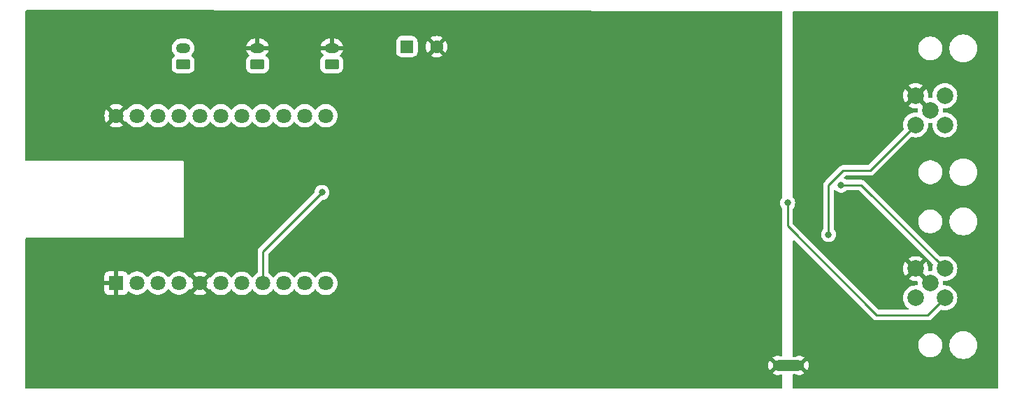
<source format=gbr>
%TF.GenerationSoftware,KiCad,Pcbnew,8.0.4*%
%TF.CreationDate,2024-07-19T16:17:39+02:00*%
%TF.ProjectId,mini-beieli-pcb-cubecell,6d696e69-2d62-4656-9965-6c692d706362,rev?*%
%TF.SameCoordinates,Original*%
%TF.FileFunction,Copper,L2,Bot*%
%TF.FilePolarity,Positive*%
%FSLAX46Y46*%
G04 Gerber Fmt 4.6, Leading zero omitted, Abs format (unit mm)*
G04 Created by KiCad (PCBNEW 8.0.4) date 2024-07-19 16:17:39*
%MOMM*%
%LPD*%
G01*
G04 APERTURE LIST*
G04 Aperture macros list*
%AMRoundRect*
0 Rectangle with rounded corners*
0 $1 Rounding radius*
0 $2 $3 $4 $5 $6 $7 $8 $9 X,Y pos of 4 corners*
0 Add a 4 corners polygon primitive as box body*
4,1,4,$2,$3,$4,$5,$6,$7,$8,$9,$2,$3,0*
0 Add four circle primitives for the rounded corners*
1,1,$1+$1,$2,$3*
1,1,$1+$1,$4,$5*
1,1,$1+$1,$6,$7*
1,1,$1+$1,$8,$9*
0 Add four rect primitives between the rounded corners*
20,1,$1+$1,$2,$3,$4,$5,0*
20,1,$1+$1,$4,$5,$6,$7,0*
20,1,$1+$1,$6,$7,$8,$9,0*
20,1,$1+$1,$8,$9,$2,$3,0*%
G04 Aperture macros list end*
%TA.AperFunction,EtchedComponent*%
%ADD10C,0.000000*%
%TD*%
%TA.AperFunction,ComponentPad*%
%ADD11C,2.000000*%
%TD*%
%TA.AperFunction,ComponentPad*%
%ADD12RoundRect,0.250000X0.625000X-0.350000X0.625000X0.350000X-0.625000X0.350000X-0.625000X-0.350000X0*%
%TD*%
%TA.AperFunction,ComponentPad*%
%ADD13O,1.750000X1.200000*%
%TD*%
%TA.AperFunction,ComponentPad*%
%ADD14C,1.300000*%
%TD*%
%TA.AperFunction,ComponentPad*%
%ADD15R,1.800000X1.800000*%
%TD*%
%TA.AperFunction,ComponentPad*%
%ADD16C,1.800000*%
%TD*%
%TA.AperFunction,ComponentPad*%
%ADD17RoundRect,0.250000X-0.550000X-0.550000X0.550000X-0.550000X0.550000X0.550000X-0.550000X0.550000X0*%
%TD*%
%TA.AperFunction,ComponentPad*%
%ADD18C,1.600000*%
%TD*%
%TA.AperFunction,ViaPad*%
%ADD19C,0.800000*%
%TD*%
%TA.AperFunction,Conductor*%
%ADD20C,0.250000*%
%TD*%
G04 APERTURE END LIST*
D10*
%TA.AperFunction,EtchedComponent*%
%TO.C,NT1*%
G36*
X94620000Y4235000D02*
G01*
X92020000Y4235000D01*
X92020000Y5535000D01*
X94620000Y5535000D01*
X94620000Y4235000D01*
G37*
%TD.AperFunction*%
%TD*%
D11*
%TO.P,J1,P$1,1*%
%TO.N,/AB_RED*%
X108725000Y34025000D03*
%TO.P,J1,P$2,2*%
%TO.N,/AGND*%
X108725000Y37565000D03*
%TO.P,J1,P$3,3*%
%TO.N,/A_WHITE*%
X112265000Y34025000D03*
%TO.P,J1,P$4,4*%
%TO.N,/A_GREEN*%
X112265000Y37565000D03*
%TO.P,J1,P$5,5*%
%TO.N,/AGND*%
X110495000Y35795000D03*
%TD*%
%TO.P,J2,P$1,1*%
%TO.N,/AB_RED*%
X108725000Y13070000D03*
%TO.P,J2,P$2,2*%
%TO.N,/AGND*%
X108725000Y16610000D03*
%TO.P,J2,P$3,3*%
%TO.N,/B_WHITE*%
X112265000Y13070000D03*
%TO.P,J2,P$4,4*%
%TO.N,/B_GREEN*%
X112265000Y16610000D03*
%TO.P,J2,P$5,5*%
%TO.N,/AGND*%
X110495000Y14840000D03*
%TD*%
D12*
%TO.P,SOLAR1,1,Pin_1*%
%TO.N,VS*%
X29000000Y41355000D03*
D13*
%TO.P,SOLAR1,2,Pin_2*%
%TO.N,GND*%
X29000000Y43355000D03*
%TD*%
D14*
%TO.P,NT1,1,1*%
%TO.N,/AGND*%
X94620000Y4885000D03*
%TO.P,NT1,2,2*%
%TO.N,GND*%
X92020000Y4885000D03*
%TD*%
D15*
%TO.P,HTCC-AB01,1,GND*%
%TO.N,GND*%
X11878000Y14860000D03*
D16*
%TO.P,HTCC-AB01,2,VS*%
%TO.N,VS*%
X14418000Y14860000D03*
%TO.P,HTCC-AB01,3,VDD*%
%TO.N,unconnected-(HTCC-AB01-VDD-Pad3)*%
X16958000Y14860000D03*
%TO.P,HTCC-AB01,4,VEXT*%
%TO.N,/VEXT*%
X19498000Y14860000D03*
%TO.P,HTCC-AB01,5,GND*%
%TO.N,GND*%
X22038000Y14840000D03*
%TO.P,HTCC-AB01,6,SCL*%
%TO.N,/SCL*%
X24578000Y14840000D03*
%TO.P,HTCC-AB01,7,SDA*%
%TO.N,/SDA*%
X27118000Y14840000D03*
%TO.P,HTCC-AB01,8,GPIO0*%
%TO.N,/GPIO0*%
X29658000Y14840000D03*
%TO.P,HTCC-AB01,9,GPIO4*%
%TO.N,unconnected-(HTCC-AB01-GPIO4-Pad9)*%
X32198000Y14840000D03*
%TO.P,HTCC-AB01,10,GPIO5*%
%TO.N,unconnected-(HTCC-AB01-GPIO5-Pad10)*%
X34738000Y14840000D03*
%TO.P,HTCC-AB01,11,RST*%
%TO.N,unconnected-(HTCC-AB01-RST-Pad11)*%
X37278000Y14840000D03*
%TO.P,HTCC-AB01,12,ADC*%
%TO.N,unconnected-(HTCC-AB01-ADC-Pad12)*%
X37278000Y35140000D03*
%TO.P,HTCC-AB01,13,GPIO1*%
%TO.N,unconnected-(HTCC-AB01-GPIO1-Pad13)*%
X34738000Y35140000D03*
%TO.P,HTCC-AB01,14,GPIO2*%
%TO.N,unconnected-(HTCC-AB01-GPIO2-Pad14)*%
X32198000Y35140000D03*
%TO.P,HTCC-AB01,15,GPIO3*%
%TO.N,unconnected-(HTCC-AB01-GPIO3-Pad15)*%
X29658000Y35140000D03*
%TO.P,HTCC-AB01,16,RX*%
%TO.N,unconnected-(HTCC-AB01-RX-Pad16)*%
X27118000Y35140000D03*
%TO.P,HTCC-AB01,17,TX*%
%TO.N,unconnected-(HTCC-AB01-TX-Pad17)*%
X24578000Y35140000D03*
%TO.P,HTCC-AB01,18,SCK*%
%TO.N,unconnected-(HTCC-AB01-SCK-Pad18)*%
X22038000Y35140000D03*
%TO.P,HTCC-AB01,19,MISO*%
%TO.N,unconnected-(HTCC-AB01-MISO-Pad19)*%
X19498000Y35140000D03*
%TO.P,HTCC-AB01,20,MOSI*%
%TO.N,unconnected-(HTCC-AB01-MOSI-Pad20)*%
X16958000Y35140000D03*
%TO.P,HTCC-AB01,21,VIN*%
%TO.N,unconnected-(HTCC-AB01-VIN-Pad21)*%
X14418000Y35140000D03*
%TO.P,HTCC-AB01,22,GND*%
%TO.N,GND*%
X11878000Y35140000D03*
%TD*%
D17*
%TO.P,J3,1,Pin_1*%
%TO.N,Net-(J3-Pin_1)*%
X47100000Y43500000D03*
D18*
%TO.P,J3,2,Pin_2*%
%TO.N,GND*%
X50700000Y43500000D03*
%TD*%
D12*
%TO.P,LIPO1,1,Pin_1*%
%TO.N,Net-(LIPO1-Pin_1)*%
X38000000Y41355000D03*
D13*
%TO.P,LIPO1,2,Pin_2*%
%TO.N,GND*%
X38000000Y43355000D03*
%TD*%
D12*
%TO.P,SWITCH1,1,Pin_1*%
%TO.N,Net-(J3-Pin_1)*%
X20000000Y41355000D03*
D13*
%TO.P,SWITCH1,2,Pin_2*%
%TO.N,Net-(LIPO1-Pin_1)*%
X20000000Y43355000D03*
%TD*%
D19*
%TO.N,GND*%
X55880000Y20320000D03*
%TO.N,/B_GREEN*%
X99700000Y26729000D03*
%TO.N,/B_WHITE*%
X93223000Y24570000D03*
%TO.N,/GPIO0*%
X36815000Y25840000D03*
%TO.N,/AB_RED*%
X98176000Y20747250D03*
%TD*%
D20*
%TO.N,/B_GREEN*%
X112265000Y16610000D02*
X102146000Y26729000D01*
X102146000Y26729000D02*
X99700000Y26729000D01*
%TO.N,/B_WHITE*%
X93223000Y24570000D02*
X93223000Y21776000D01*
X93223000Y21776000D02*
X104018000Y10981000D01*
X110176000Y10981000D02*
X112265000Y13070000D01*
X104018000Y10981000D02*
X110176000Y10981000D01*
%TO.N,/GPIO0*%
X29658000Y17583000D02*
X29658000Y18683000D01*
X29658000Y14840000D02*
X29658000Y17583000D01*
X29658000Y18683000D02*
X36815000Y25840000D01*
%TO.N,/AB_RED*%
X98176000Y20747250D02*
X98176000Y26729000D01*
X98176000Y26729000D02*
X99954000Y28507000D01*
X103207000Y28507000D02*
X108725000Y34025000D01*
X99954000Y28507000D02*
X103207000Y28507000D01*
%TD*%
%TA.AperFunction,Conductor*%
%TO.N,GND*%
G36*
X92462177Y47811175D02*
G01*
X92530267Y47791078D01*
X92576686Y47737358D01*
X92588000Y47685175D01*
X92588000Y25270860D01*
X92567998Y25202739D01*
X92555637Y25186550D01*
X92483957Y25106941D01*
X92388476Y24941562D01*
X92388473Y24941555D01*
X92329457Y24759928D01*
X92309496Y24570000D01*
X92329457Y24380073D01*
X92359526Y24287530D01*
X92388473Y24198444D01*
X92388476Y24198439D01*
X92483958Y24033059D01*
X92483965Y24033049D01*
X92555636Y23953451D01*
X92586353Y23889444D01*
X92588000Y23869141D01*
X92588000Y6090754D01*
X92567998Y6022633D01*
X92514342Y5976140D01*
X92444068Y5966036D01*
X92416484Y5973262D01*
X92338261Y6003566D01*
X92127303Y6043000D01*
X91912697Y6043000D01*
X91701735Y6003565D01*
X91501630Y5926043D01*
X91501618Y5926037D01*
X91400674Y5863536D01*
X91895052Y5369159D01*
X91827007Y5350925D01*
X91712993Y5285099D01*
X91619901Y5192007D01*
X91554075Y5077993D01*
X91535841Y5009948D01*
X91038690Y5507099D01*
X91031232Y5497223D01*
X91031232Y5497222D01*
X90935571Y5305112D01*
X90935570Y5305110D01*
X90876840Y5098693D01*
X90876840Y5098689D01*
X90857039Y4885005D01*
X90857039Y4884996D01*
X90876840Y4671312D01*
X90876840Y4671308D01*
X90935570Y4464891D01*
X90935571Y4464889D01*
X91031232Y4272779D01*
X91038690Y4262903D01*
X91038691Y4262903D01*
X91535841Y4760054D01*
X91554075Y4692007D01*
X91619901Y4577993D01*
X91712993Y4484901D01*
X91827007Y4419075D01*
X91895050Y4400843D01*
X91400673Y3906466D01*
X91501623Y3843961D01*
X91501630Y3843958D01*
X91701736Y3766436D01*
X91701735Y3766436D01*
X91912697Y3727000D01*
X92127303Y3727000D01*
X92338264Y3766436D01*
X92416483Y3796738D01*
X92487229Y3802695D01*
X92549965Y3769458D01*
X92584773Y3707580D01*
X92588000Y3679247D01*
X92588000Y2217000D01*
X92567998Y2148879D01*
X92514342Y2102386D01*
X92462000Y2091000D01*
X1020000Y2091000D01*
X951879Y2111002D01*
X905386Y2164658D01*
X894000Y2217000D01*
X894000Y15808598D01*
X10470000Y15808598D01*
X10470000Y15114000D01*
X11447297Y15114000D01*
X11412075Y15052993D01*
X11378000Y14925826D01*
X11378000Y14794174D01*
X11412075Y14667007D01*
X11447297Y14606000D01*
X10470000Y14606000D01*
X10470000Y13911403D01*
X10476505Y13850907D01*
X10527555Y13714036D01*
X10527555Y13714035D01*
X10615095Y13597096D01*
X10732034Y13509556D01*
X10868906Y13458506D01*
X10929402Y13452001D01*
X10929415Y13452000D01*
X11624000Y13452000D01*
X11624000Y14429298D01*
X11685007Y14394075D01*
X11812174Y14360000D01*
X11943826Y14360000D01*
X12070993Y14394075D01*
X12132000Y14429298D01*
X12132000Y13452000D01*
X12826585Y13452000D01*
X12826597Y13452001D01*
X12887093Y13458506D01*
X13023964Y13509556D01*
X13023965Y13509556D01*
X13140904Y13597096D01*
X13228444Y13714035D01*
X13251877Y13776862D01*
X13294423Y13833698D01*
X13360943Y13858509D01*
X13430318Y13843418D01*
X13456356Y13823071D01*
X13456946Y13823711D01*
X13460778Y13820183D01*
X13516437Y13776862D01*
X13644983Y13676810D01*
X13850273Y13565713D01*
X14071049Y13489920D01*
X14301288Y13451500D01*
X14301292Y13451500D01*
X14534708Y13451500D01*
X14534712Y13451500D01*
X14764951Y13489920D01*
X14985727Y13565713D01*
X15191017Y13676810D01*
X15375220Y13820182D01*
X15387663Y13833698D01*
X15533314Y13991917D01*
X15582517Y14067228D01*
X15636520Y14113317D01*
X15706868Y14122892D01*
X15771225Y14092915D01*
X15793483Y14067228D01*
X15842685Y13991917D01*
X16000774Y13820187D01*
X16000778Y13820183D01*
X16056437Y13776862D01*
X16184983Y13676810D01*
X16390273Y13565713D01*
X16611049Y13489920D01*
X16841288Y13451500D01*
X16841292Y13451500D01*
X17074708Y13451500D01*
X17074712Y13451500D01*
X17304951Y13489920D01*
X17525727Y13565713D01*
X17731017Y13676810D01*
X17915220Y13820182D01*
X17927663Y13833698D01*
X18073314Y13991917D01*
X18122517Y14067228D01*
X18176520Y14113317D01*
X18246868Y14122892D01*
X18311225Y14092915D01*
X18333483Y14067228D01*
X18382685Y13991917D01*
X18540774Y13820187D01*
X18540778Y13820183D01*
X18596437Y13776862D01*
X18724983Y13676810D01*
X18930273Y13565713D01*
X19151049Y13489920D01*
X19381288Y13451500D01*
X19381292Y13451500D01*
X19614708Y13451500D01*
X19614712Y13451500D01*
X19844951Y13489920D01*
X20065727Y13565713D01*
X20271017Y13676810D01*
X20455220Y13820182D01*
X20467663Y13833698D01*
X20543050Y13915591D01*
X20613314Y13991917D01*
X20656283Y14057688D01*
X20710285Y14103773D01*
X20780632Y14113349D01*
X20844990Y14083372D01*
X20867248Y14057686D01*
X20878796Y14040010D01*
X21553841Y14715054D01*
X21572075Y14647007D01*
X21637901Y14532993D01*
X21730993Y14439901D01*
X21845007Y14374075D01*
X21913051Y14355843D01*
X21236680Y13679472D01*
X21236680Y13679471D01*
X21265251Y13657233D01*
X21265259Y13657228D01*
X21470474Y13546173D01*
X21470477Y13546171D01*
X21691167Y13470408D01*
X21691176Y13470406D01*
X21921334Y13432000D01*
X22154666Y13432000D01*
X22384823Y13470406D01*
X22384832Y13470408D01*
X22605522Y13546171D01*
X22605525Y13546173D01*
X22810741Y13657229D01*
X22810750Y13657235D01*
X22839318Y13679471D01*
X22839319Y13679472D01*
X22162948Y14355843D01*
X22230993Y14374075D01*
X22345007Y14439901D01*
X22438099Y14532993D01*
X22503925Y14647007D01*
X22522157Y14715052D01*
X23197200Y14040009D01*
X23197202Y14040009D01*
X23202218Y14047686D01*
X23256221Y14093775D01*
X23326569Y14103350D01*
X23390926Y14073373D01*
X23413184Y14047686D01*
X23462685Y13971917D01*
X23620774Y13800187D01*
X23620778Y13800183D01*
X23650741Y13776862D01*
X23804983Y13656810D01*
X24010273Y13545713D01*
X24231049Y13469920D01*
X24461288Y13431500D01*
X24461292Y13431500D01*
X24694708Y13431500D01*
X24694712Y13431500D01*
X24924951Y13469920D01*
X25145727Y13545713D01*
X25351017Y13656810D01*
X25535220Y13800182D01*
X25553632Y13820182D01*
X25693314Y13971917D01*
X25742517Y14047228D01*
X25796520Y14093317D01*
X25866868Y14102892D01*
X25931225Y14072915D01*
X25953483Y14047228D01*
X26002685Y13971917D01*
X26160774Y13800187D01*
X26160778Y13800183D01*
X26190741Y13776862D01*
X26344983Y13656810D01*
X26550273Y13545713D01*
X26771049Y13469920D01*
X27001288Y13431500D01*
X27001292Y13431500D01*
X27234708Y13431500D01*
X27234712Y13431500D01*
X27464951Y13469920D01*
X27685727Y13545713D01*
X27891017Y13656810D01*
X28075220Y13800182D01*
X28093632Y13820182D01*
X28233314Y13971917D01*
X28282517Y14047228D01*
X28336520Y14093317D01*
X28406868Y14102892D01*
X28471225Y14072915D01*
X28493483Y14047228D01*
X28542685Y13971917D01*
X28700774Y13800187D01*
X28700778Y13800183D01*
X28730741Y13776862D01*
X28884983Y13656810D01*
X29090273Y13545713D01*
X29311049Y13469920D01*
X29541288Y13431500D01*
X29541292Y13431500D01*
X29774708Y13431500D01*
X29774712Y13431500D01*
X30004951Y13469920D01*
X30225727Y13545713D01*
X30431017Y13656810D01*
X30615220Y13800182D01*
X30633632Y13820182D01*
X30773314Y13971917D01*
X30822517Y14047228D01*
X30876520Y14093317D01*
X30946868Y14102892D01*
X31011225Y14072915D01*
X31033483Y14047228D01*
X31082685Y13971917D01*
X31240774Y13800187D01*
X31240778Y13800183D01*
X31270741Y13776862D01*
X31424983Y13656810D01*
X31630273Y13545713D01*
X31851049Y13469920D01*
X32081288Y13431500D01*
X32081292Y13431500D01*
X32314708Y13431500D01*
X32314712Y13431500D01*
X32544951Y13469920D01*
X32765727Y13545713D01*
X32971017Y13656810D01*
X33155220Y13800182D01*
X33173632Y13820182D01*
X33313314Y13971917D01*
X33362517Y14047228D01*
X33416520Y14093317D01*
X33486868Y14102892D01*
X33551225Y14072915D01*
X33573483Y14047228D01*
X33622685Y13971917D01*
X33780774Y13800187D01*
X33780778Y13800183D01*
X33810741Y13776862D01*
X33964983Y13656810D01*
X34170273Y13545713D01*
X34391049Y13469920D01*
X34621288Y13431500D01*
X34621292Y13431500D01*
X34854708Y13431500D01*
X34854712Y13431500D01*
X35084951Y13469920D01*
X35305727Y13545713D01*
X35511017Y13656810D01*
X35695220Y13800182D01*
X35713632Y13820182D01*
X35853314Y13971917D01*
X35902517Y14047228D01*
X35956520Y14093317D01*
X36026868Y14102892D01*
X36091225Y14072915D01*
X36113483Y14047228D01*
X36162685Y13971917D01*
X36320774Y13800187D01*
X36320778Y13800183D01*
X36350741Y13776862D01*
X36504983Y13656810D01*
X36710273Y13545713D01*
X36931049Y13469920D01*
X37161288Y13431500D01*
X37161292Y13431500D01*
X37394708Y13431500D01*
X37394712Y13431500D01*
X37624951Y13469920D01*
X37845727Y13545713D01*
X38051017Y13656810D01*
X38235220Y13800182D01*
X38253632Y13820182D01*
X38393314Y13971917D01*
X38406381Y13991917D01*
X38520984Y14167331D01*
X38614749Y14381093D01*
X38672051Y14607374D01*
X38691327Y14840000D01*
X38672051Y15072626D01*
X38629641Y15240099D01*
X38614750Y15298904D01*
X38614747Y15298911D01*
X38611670Y15305925D01*
X38520984Y15512669D01*
X38479182Y15576652D01*
X38393314Y15708084D01*
X38235225Y15879814D01*
X38235221Y15879818D01*
X38143118Y15951504D01*
X38051017Y16023190D01*
X37845727Y16134287D01*
X37845724Y16134288D01*
X37845723Y16134289D01*
X37624955Y16210079D01*
X37624948Y16210081D01*
X37505091Y16230081D01*
X37394712Y16248500D01*
X37161288Y16248500D01*
X37050909Y16230081D01*
X36931051Y16210081D01*
X36931044Y16210079D01*
X36710276Y16134289D01*
X36710273Y16134287D01*
X36504991Y16023194D01*
X36504985Y16023191D01*
X36504983Y16023190D01*
X36320778Y15879818D01*
X36320774Y15879814D01*
X36162685Y15708084D01*
X36113483Y15632773D01*
X36059479Y15586684D01*
X35989131Y15577109D01*
X35924774Y15607086D01*
X35902517Y15632773D01*
X35853314Y15708084D01*
X35695225Y15879814D01*
X35695221Y15879818D01*
X35603118Y15951504D01*
X35511017Y16023190D01*
X35305727Y16134287D01*
X35305724Y16134288D01*
X35305723Y16134289D01*
X35084955Y16210079D01*
X35084948Y16210081D01*
X34965091Y16230081D01*
X34854712Y16248500D01*
X34621288Y16248500D01*
X34510909Y16230081D01*
X34391051Y16210081D01*
X34391044Y16210079D01*
X34170276Y16134289D01*
X34170273Y16134287D01*
X33964991Y16023194D01*
X33964985Y16023191D01*
X33964983Y16023190D01*
X33780778Y15879818D01*
X33780774Y15879814D01*
X33622685Y15708084D01*
X33573483Y15632773D01*
X33519479Y15586684D01*
X33449131Y15577109D01*
X33384774Y15607086D01*
X33362517Y15632773D01*
X33313314Y15708084D01*
X33155225Y15879814D01*
X33155221Y15879818D01*
X33063118Y15951504D01*
X32971017Y16023190D01*
X32765727Y16134287D01*
X32765724Y16134288D01*
X32765723Y16134289D01*
X32544955Y16210079D01*
X32544948Y16210081D01*
X32425091Y16230081D01*
X32314712Y16248500D01*
X32081288Y16248500D01*
X31970909Y16230081D01*
X31851051Y16210081D01*
X31851044Y16210079D01*
X31630276Y16134289D01*
X31630273Y16134287D01*
X31424991Y16023194D01*
X31424985Y16023191D01*
X31424983Y16023190D01*
X31240778Y15879818D01*
X31240774Y15879814D01*
X31082685Y15708084D01*
X31033483Y15632773D01*
X30979479Y15586684D01*
X30909131Y15577109D01*
X30844774Y15607086D01*
X30822517Y15632773D01*
X30773314Y15708084D01*
X30615225Y15879814D01*
X30615221Y15879818D01*
X30523118Y15951504D01*
X30431017Y16023190D01*
X30431010Y16023194D01*
X30357530Y16062960D01*
X30307140Y16112973D01*
X30291500Y16173773D01*
X30291500Y18368406D01*
X30311502Y18436527D01*
X30328405Y18457501D01*
X36765499Y24894595D01*
X36827811Y24928621D01*
X36854594Y24931500D01*
X36910487Y24931500D01*
X37097288Y24971206D01*
X37271752Y25048882D01*
X37426253Y25161134D01*
X37554040Y25303056D01*
X37649527Y25468444D01*
X37708542Y25650072D01*
X37728504Y25840000D01*
X37708542Y26029928D01*
X37649527Y26211556D01*
X37554040Y26376944D01*
X37554038Y26376946D01*
X37554034Y26376952D01*
X37426255Y26518865D01*
X37271752Y26631118D01*
X37097288Y26708794D01*
X36910487Y26748500D01*
X36719513Y26748500D01*
X36532711Y26708794D01*
X36358247Y26631118D01*
X36203744Y26518865D01*
X36075965Y26376952D01*
X36075958Y26376942D01*
X35980476Y26211562D01*
X35980473Y26211555D01*
X35921457Y26029928D01*
X35904092Y25864707D01*
X35877079Y25799050D01*
X35867877Y25788783D01*
X29254167Y19175071D01*
X29165931Y19086836D01*
X29165926Y19086829D01*
X29096601Y18983077D01*
X29048846Y18867788D01*
X29024500Y18745397D01*
X29024500Y16173773D01*
X29004498Y16105652D01*
X28958470Y16062960D01*
X28884989Y16023194D01*
X28884983Y16023190D01*
X28700778Y15879818D01*
X28700774Y15879814D01*
X28542685Y15708084D01*
X28493483Y15632773D01*
X28439479Y15586684D01*
X28369131Y15577109D01*
X28304774Y15607086D01*
X28282517Y15632773D01*
X28233314Y15708084D01*
X28075225Y15879814D01*
X28075221Y15879818D01*
X27983118Y15951504D01*
X27891017Y16023190D01*
X27685727Y16134287D01*
X27685724Y16134288D01*
X27685723Y16134289D01*
X27464955Y16210079D01*
X27464948Y16210081D01*
X27345091Y16230081D01*
X27234712Y16248500D01*
X27001288Y16248500D01*
X26890909Y16230081D01*
X26771051Y16210081D01*
X26771044Y16210079D01*
X26550276Y16134289D01*
X26550273Y16134287D01*
X26344991Y16023194D01*
X26344985Y16023191D01*
X26344983Y16023190D01*
X26160778Y15879818D01*
X26160774Y15879814D01*
X26002685Y15708084D01*
X25953483Y15632773D01*
X25899479Y15586684D01*
X25829131Y15577109D01*
X25764774Y15607086D01*
X25742517Y15632773D01*
X25693314Y15708084D01*
X25535225Y15879814D01*
X25535221Y15879818D01*
X25443118Y15951504D01*
X25351017Y16023190D01*
X25145727Y16134287D01*
X25145724Y16134288D01*
X25145723Y16134289D01*
X24924955Y16210079D01*
X24924948Y16210081D01*
X24805091Y16230081D01*
X24694712Y16248500D01*
X24461288Y16248500D01*
X24350909Y16230081D01*
X24231051Y16210081D01*
X24231044Y16210079D01*
X24010276Y16134289D01*
X24010273Y16134287D01*
X23804991Y16023194D01*
X23804985Y16023191D01*
X23804983Y16023190D01*
X23620778Y15879818D01*
X23620774Y15879814D01*
X23462687Y15708086D01*
X23413184Y15632315D01*
X23359180Y15586227D01*
X23288832Y15576652D01*
X23224475Y15606630D01*
X23202218Y15632315D01*
X23197201Y15639993D01*
X22522157Y14964949D01*
X22503925Y15032993D01*
X22438099Y15147007D01*
X22345007Y15240099D01*
X22230993Y15305925D01*
X22162947Y15324159D01*
X22839318Y16000530D01*
X22810740Y16022773D01*
X22605525Y16133828D01*
X22605522Y16133830D01*
X22384832Y16209593D01*
X22384823Y16209595D01*
X22154666Y16248000D01*
X21921334Y16248000D01*
X21691176Y16209595D01*
X21691167Y16209593D01*
X21470477Y16133830D01*
X21470474Y16133828D01*
X21265258Y16022773D01*
X21236680Y16000531D01*
X21236680Y16000529D01*
X21913051Y15324158D01*
X21845007Y15305925D01*
X21730993Y15240099D01*
X21637901Y15147007D01*
X21572075Y15032993D01*
X21553842Y14964949D01*
X20878798Y15639993D01*
X20877426Y15639851D01*
X20826309Y15596227D01*
X20755961Y15586652D01*
X20691604Y15616630D01*
X20669348Y15642316D01*
X20613314Y15728084D01*
X20455225Y15899814D01*
X20455221Y15899818D01*
X20325826Y16000530D01*
X20271017Y16043190D01*
X20065727Y16154287D01*
X20065724Y16154288D01*
X20065723Y16154289D01*
X19844955Y16230079D01*
X19844948Y16230081D01*
X19737562Y16248000D01*
X19614712Y16268500D01*
X19381288Y16268500D01*
X19266066Y16249273D01*
X19151051Y16230081D01*
X19151044Y16230079D01*
X18930276Y16154289D01*
X18930273Y16154287D01*
X18724985Y16043191D01*
X18724983Y16043190D01*
X18540778Y15899818D01*
X18540774Y15899814D01*
X18382685Y15728084D01*
X18333483Y15652773D01*
X18279479Y15606684D01*
X18209131Y15597109D01*
X18144774Y15627086D01*
X18122517Y15652773D01*
X18073314Y15728084D01*
X17915225Y15899814D01*
X17915221Y15899818D01*
X17785826Y16000530D01*
X17731017Y16043190D01*
X17525727Y16154287D01*
X17525724Y16154288D01*
X17525723Y16154289D01*
X17304955Y16230079D01*
X17304948Y16230081D01*
X17197562Y16248000D01*
X17074712Y16268500D01*
X16841288Y16268500D01*
X16726066Y16249273D01*
X16611051Y16230081D01*
X16611044Y16230079D01*
X16390276Y16154289D01*
X16390273Y16154287D01*
X16184985Y16043191D01*
X16184983Y16043190D01*
X16000778Y15899818D01*
X16000774Y15899814D01*
X15842685Y15728084D01*
X15793483Y15652773D01*
X15739479Y15606684D01*
X15669131Y15597109D01*
X15604774Y15627086D01*
X15582517Y15652773D01*
X15533314Y15728084D01*
X15375225Y15899814D01*
X15375221Y15899818D01*
X15245826Y16000530D01*
X15191017Y16043190D01*
X14985727Y16154287D01*
X14985724Y16154288D01*
X14985723Y16154289D01*
X14764955Y16230079D01*
X14764948Y16230081D01*
X14657562Y16248000D01*
X14534712Y16268500D01*
X14301288Y16268500D01*
X14186066Y16249273D01*
X14071051Y16230081D01*
X14071044Y16230079D01*
X13850276Y16154289D01*
X13850273Y16154287D01*
X13644985Y16043191D01*
X13644983Y16043190D01*
X13460778Y15899818D01*
X13456946Y15896289D01*
X13455688Y15897655D01*
X13401763Y15865258D01*
X13330799Y15867402D01*
X13272260Y15907572D01*
X13251877Y15943139D01*
X13228444Y16005966D01*
X13140904Y16122905D01*
X13023965Y16210445D01*
X12887093Y16261495D01*
X12826597Y16268000D01*
X12132000Y16268000D01*
X12132000Y15290703D01*
X12070993Y15325925D01*
X11943826Y15360000D01*
X11812174Y15360000D01*
X11685007Y15325925D01*
X11624000Y15290703D01*
X11624000Y16268000D01*
X10929402Y16268000D01*
X10868906Y16261495D01*
X10732035Y16210445D01*
X10732034Y16210445D01*
X10615095Y16122905D01*
X10527555Y16005966D01*
X10527555Y16005965D01*
X10476505Y15869094D01*
X10470000Y15808598D01*
X894000Y15808598D01*
X894000Y20226500D01*
X914002Y20294621D01*
X967658Y20341114D01*
X1020000Y20352500D01*
X20015018Y20352500D01*
X20042767Y20363994D01*
X20064006Y20385233D01*
X20075500Y20412982D01*
X20075500Y29587018D01*
X20064006Y29614767D01*
X20064003Y29614771D01*
X20042770Y29636004D01*
X20042766Y29636007D01*
X20015018Y29647500D01*
X1020000Y29647500D01*
X951879Y29667502D01*
X905386Y29721158D01*
X894000Y29773500D01*
X894000Y35140000D01*
X10465174Y35140000D01*
X10484444Y34907451D01*
X10541724Y34681257D01*
X10541726Y34681253D01*
X10635455Y34467573D01*
X10718796Y34340010D01*
X11393841Y35015054D01*
X11412075Y34947007D01*
X11477901Y34832993D01*
X11570993Y34739901D01*
X11685007Y34674075D01*
X11753051Y34655843D01*
X11076680Y33979472D01*
X11076680Y33979471D01*
X11105251Y33957233D01*
X11105259Y33957228D01*
X11310474Y33846173D01*
X11310477Y33846171D01*
X11531167Y33770408D01*
X11531176Y33770406D01*
X11761334Y33732000D01*
X11994666Y33732000D01*
X12224823Y33770406D01*
X12224832Y33770408D01*
X12445522Y33846171D01*
X12445525Y33846173D01*
X12650741Y33957229D01*
X12650750Y33957235D01*
X12679318Y33979471D01*
X12679319Y33979472D01*
X12002948Y34655843D01*
X12070993Y34674075D01*
X12185007Y34739901D01*
X12278099Y34832993D01*
X12343925Y34947007D01*
X12362157Y35015052D01*
X13037200Y34340009D01*
X13037202Y34340009D01*
X13042218Y34347686D01*
X13096221Y34393775D01*
X13166569Y34403350D01*
X13230926Y34373373D01*
X13253184Y34347686D01*
X13302685Y34271917D01*
X13460774Y34100187D01*
X13460778Y34100183D01*
X13526650Y34048913D01*
X13644983Y33956810D01*
X13850273Y33845713D01*
X14071049Y33769920D01*
X14301288Y33731500D01*
X14301292Y33731500D01*
X14534708Y33731500D01*
X14534712Y33731500D01*
X14764951Y33769920D01*
X14985727Y33845713D01*
X15191017Y33956810D01*
X15375220Y34100182D01*
X15533314Y34271917D01*
X15582517Y34347229D01*
X15636520Y34393317D01*
X15706868Y34402892D01*
X15771225Y34372915D01*
X15793483Y34347228D01*
X15842685Y34271917D01*
X16000774Y34100187D01*
X16000778Y34100183D01*
X16066650Y34048913D01*
X16184983Y33956810D01*
X16390273Y33845713D01*
X16611049Y33769920D01*
X16841288Y33731500D01*
X16841292Y33731500D01*
X17074708Y33731500D01*
X17074712Y33731500D01*
X17304951Y33769920D01*
X17525727Y33845713D01*
X17731017Y33956810D01*
X17915220Y34100182D01*
X18073314Y34271917D01*
X18122517Y34347229D01*
X18176520Y34393317D01*
X18246868Y34402892D01*
X18311225Y34372915D01*
X18333483Y34347228D01*
X18382685Y34271917D01*
X18540774Y34100187D01*
X18540778Y34100183D01*
X18606650Y34048913D01*
X18724983Y33956810D01*
X18930273Y33845713D01*
X19151049Y33769920D01*
X19381288Y33731500D01*
X19381292Y33731500D01*
X19614708Y33731500D01*
X19614712Y33731500D01*
X19844951Y33769920D01*
X20065727Y33845713D01*
X20271017Y33956810D01*
X20455220Y34100182D01*
X20613314Y34271917D01*
X20662517Y34347229D01*
X20716520Y34393317D01*
X20786868Y34402892D01*
X20851225Y34372915D01*
X20873483Y34347228D01*
X20922685Y34271917D01*
X21080774Y34100187D01*
X21080778Y34100183D01*
X21146650Y34048913D01*
X21264983Y33956810D01*
X21470273Y33845713D01*
X21691049Y33769920D01*
X21921288Y33731500D01*
X21921292Y33731500D01*
X22154708Y33731500D01*
X22154712Y33731500D01*
X22384951Y33769920D01*
X22605727Y33845713D01*
X22811017Y33956810D01*
X22995220Y34100182D01*
X23153314Y34271917D01*
X23202517Y34347229D01*
X23256520Y34393317D01*
X23326868Y34402892D01*
X23391225Y34372915D01*
X23413483Y34347228D01*
X23462685Y34271917D01*
X23620774Y34100187D01*
X23620778Y34100183D01*
X23686650Y34048913D01*
X23804983Y33956810D01*
X24010273Y33845713D01*
X24231049Y33769920D01*
X24461288Y33731500D01*
X24461292Y33731500D01*
X24694708Y33731500D01*
X24694712Y33731500D01*
X24924951Y33769920D01*
X25145727Y33845713D01*
X25351017Y33956810D01*
X25535220Y34100182D01*
X25693314Y34271917D01*
X25742517Y34347229D01*
X25796520Y34393317D01*
X25866868Y34402892D01*
X25931225Y34372915D01*
X25953483Y34347228D01*
X26002685Y34271917D01*
X26160774Y34100187D01*
X26160778Y34100183D01*
X26226650Y34048913D01*
X26344983Y33956810D01*
X26550273Y33845713D01*
X26771049Y33769920D01*
X27001288Y33731500D01*
X27001292Y33731500D01*
X27234708Y33731500D01*
X27234712Y33731500D01*
X27464951Y33769920D01*
X27685727Y33845713D01*
X27891017Y33956810D01*
X28075220Y34100182D01*
X28233314Y34271917D01*
X28282517Y34347229D01*
X28336520Y34393317D01*
X28406868Y34402892D01*
X28471225Y34372915D01*
X28493483Y34347228D01*
X28542685Y34271917D01*
X28700774Y34100187D01*
X28700778Y34100183D01*
X28766650Y34048913D01*
X28884983Y33956810D01*
X29090273Y33845713D01*
X29311049Y33769920D01*
X29541288Y33731500D01*
X29541292Y33731500D01*
X29774708Y33731500D01*
X29774712Y33731500D01*
X30004951Y33769920D01*
X30225727Y33845713D01*
X30431017Y33956810D01*
X30615220Y34100182D01*
X30773314Y34271917D01*
X30822517Y34347229D01*
X30876520Y34393317D01*
X30946868Y34402892D01*
X31011225Y34372915D01*
X31033483Y34347228D01*
X31082685Y34271917D01*
X31240774Y34100187D01*
X31240778Y34100183D01*
X31306650Y34048913D01*
X31424983Y33956810D01*
X31630273Y33845713D01*
X31851049Y33769920D01*
X32081288Y33731500D01*
X32081292Y33731500D01*
X32314708Y33731500D01*
X32314712Y33731500D01*
X32544951Y33769920D01*
X32765727Y33845713D01*
X32971017Y33956810D01*
X33155220Y34100182D01*
X33313314Y34271917D01*
X33362517Y34347229D01*
X33416520Y34393317D01*
X33486868Y34402892D01*
X33551225Y34372915D01*
X33573483Y34347228D01*
X33622685Y34271917D01*
X33780774Y34100187D01*
X33780778Y34100183D01*
X33846650Y34048913D01*
X33964983Y33956810D01*
X34170273Y33845713D01*
X34391049Y33769920D01*
X34621288Y33731500D01*
X34621292Y33731500D01*
X34854708Y33731500D01*
X34854712Y33731500D01*
X35084951Y33769920D01*
X35305727Y33845713D01*
X35511017Y33956810D01*
X35695220Y34100182D01*
X35853314Y34271917D01*
X35902517Y34347229D01*
X35956520Y34393317D01*
X36026868Y34402892D01*
X36091225Y34372915D01*
X36113483Y34347228D01*
X36162685Y34271917D01*
X36320774Y34100187D01*
X36320778Y34100183D01*
X36386650Y34048913D01*
X36504983Y33956810D01*
X36710273Y33845713D01*
X36931049Y33769920D01*
X37161288Y33731500D01*
X37161292Y33731500D01*
X37394708Y33731500D01*
X37394712Y33731500D01*
X37624951Y33769920D01*
X37845727Y33845713D01*
X38051017Y33956810D01*
X38235220Y34100182D01*
X38393314Y34271917D01*
X38520984Y34467331D01*
X38614749Y34681093D01*
X38672051Y34907374D01*
X38691327Y35140000D01*
X38672051Y35372626D01*
X38629641Y35540099D01*
X38614750Y35598904D01*
X38614747Y35598911D01*
X38611670Y35605925D01*
X38520984Y35812669D01*
X38479182Y35876652D01*
X38393314Y36008084D01*
X38235225Y36179814D01*
X38235221Y36179818D01*
X38143118Y36251504D01*
X38051017Y36323190D01*
X37845727Y36434287D01*
X37845724Y36434288D01*
X37845723Y36434289D01*
X37624955Y36510079D01*
X37624948Y36510081D01*
X37526411Y36526524D01*
X37394712Y36548500D01*
X37161288Y36548500D01*
X37046066Y36529273D01*
X36931051Y36510081D01*
X36931044Y36510079D01*
X36710276Y36434289D01*
X36710273Y36434287D01*
X36504985Y36323191D01*
X36504983Y36323190D01*
X36320778Y36179818D01*
X36320774Y36179814D01*
X36162685Y36008084D01*
X36113483Y35932773D01*
X36059479Y35886684D01*
X35989131Y35877109D01*
X35924774Y35907086D01*
X35902517Y35932773D01*
X35853314Y36008084D01*
X35695225Y36179814D01*
X35695221Y36179818D01*
X35603118Y36251504D01*
X35511017Y36323190D01*
X35305727Y36434287D01*
X35305724Y36434288D01*
X35305723Y36434289D01*
X35084955Y36510079D01*
X35084948Y36510081D01*
X34986411Y36526524D01*
X34854712Y36548500D01*
X34621288Y36548500D01*
X34506066Y36529273D01*
X34391051Y36510081D01*
X34391044Y36510079D01*
X34170276Y36434289D01*
X34170273Y36434287D01*
X33964985Y36323191D01*
X33964983Y36323190D01*
X33780778Y36179818D01*
X33780774Y36179814D01*
X33622685Y36008084D01*
X33573483Y35932773D01*
X33519479Y35886684D01*
X33449131Y35877109D01*
X33384774Y35907086D01*
X33362517Y35932773D01*
X33313314Y36008084D01*
X33155225Y36179814D01*
X33155221Y36179818D01*
X33063118Y36251504D01*
X32971017Y36323190D01*
X32765727Y36434287D01*
X32765724Y36434288D01*
X32765723Y36434289D01*
X32544955Y36510079D01*
X32544948Y36510081D01*
X32446411Y36526524D01*
X32314712Y36548500D01*
X32081288Y36548500D01*
X31966066Y36529273D01*
X31851051Y36510081D01*
X31851044Y36510079D01*
X31630276Y36434289D01*
X31630273Y36434287D01*
X31424985Y36323191D01*
X31424983Y36323190D01*
X31240778Y36179818D01*
X31240774Y36179814D01*
X31082685Y36008084D01*
X31033483Y35932773D01*
X30979479Y35886684D01*
X30909131Y35877109D01*
X30844774Y35907086D01*
X30822517Y35932773D01*
X30773314Y36008084D01*
X30615225Y36179814D01*
X30615221Y36179818D01*
X30523118Y36251504D01*
X30431017Y36323190D01*
X30225727Y36434287D01*
X30225724Y36434288D01*
X30225723Y36434289D01*
X30004955Y36510079D01*
X30004948Y36510081D01*
X29906411Y36526524D01*
X29774712Y36548500D01*
X29541288Y36548500D01*
X29426066Y36529273D01*
X29311051Y36510081D01*
X29311044Y36510079D01*
X29090276Y36434289D01*
X29090273Y36434287D01*
X28884985Y36323191D01*
X28884983Y36323190D01*
X28700778Y36179818D01*
X28700774Y36179814D01*
X28542685Y36008084D01*
X28493483Y35932773D01*
X28439479Y35886684D01*
X28369131Y35877109D01*
X28304774Y35907086D01*
X28282517Y35932773D01*
X28233314Y36008084D01*
X28075225Y36179814D01*
X28075221Y36179818D01*
X27983118Y36251504D01*
X27891017Y36323190D01*
X27685727Y36434287D01*
X27685724Y36434288D01*
X27685723Y36434289D01*
X27464955Y36510079D01*
X27464948Y36510081D01*
X27366411Y36526524D01*
X27234712Y36548500D01*
X27001288Y36548500D01*
X26886066Y36529273D01*
X26771051Y36510081D01*
X26771044Y36510079D01*
X26550276Y36434289D01*
X26550273Y36434287D01*
X26344985Y36323191D01*
X26344983Y36323190D01*
X26160778Y36179818D01*
X26160774Y36179814D01*
X26002685Y36008084D01*
X25953483Y35932773D01*
X25899479Y35886684D01*
X25829131Y35877109D01*
X25764774Y35907086D01*
X25742517Y35932773D01*
X25693314Y36008084D01*
X25535225Y36179814D01*
X25535221Y36179818D01*
X25443118Y36251504D01*
X25351017Y36323190D01*
X25145727Y36434287D01*
X25145724Y36434288D01*
X25145723Y36434289D01*
X24924955Y36510079D01*
X24924948Y36510081D01*
X24826411Y36526524D01*
X24694712Y36548500D01*
X24461288Y36548500D01*
X24346066Y36529273D01*
X24231051Y36510081D01*
X24231044Y36510079D01*
X24010276Y36434289D01*
X24010273Y36434287D01*
X23804985Y36323191D01*
X23804983Y36323190D01*
X23620778Y36179818D01*
X23620774Y36179814D01*
X23462685Y36008084D01*
X23413483Y35932773D01*
X23359479Y35886684D01*
X23289131Y35877109D01*
X23224774Y35907086D01*
X23202517Y35932773D01*
X23153314Y36008084D01*
X22995225Y36179814D01*
X22995221Y36179818D01*
X22903118Y36251504D01*
X22811017Y36323190D01*
X22605727Y36434287D01*
X22605724Y36434288D01*
X22605723Y36434289D01*
X22384955Y36510079D01*
X22384948Y36510081D01*
X22286411Y36526524D01*
X22154712Y36548500D01*
X21921288Y36548500D01*
X21806066Y36529273D01*
X21691051Y36510081D01*
X21691044Y36510079D01*
X21470276Y36434289D01*
X21470273Y36434287D01*
X21264985Y36323191D01*
X21264983Y36323190D01*
X21080778Y36179818D01*
X21080774Y36179814D01*
X20922685Y36008084D01*
X20873483Y35932773D01*
X20819479Y35886684D01*
X20749131Y35877109D01*
X20684774Y35907086D01*
X20662517Y35932773D01*
X20613314Y36008084D01*
X20455225Y36179814D01*
X20455221Y36179818D01*
X20363118Y36251504D01*
X20271017Y36323190D01*
X20065727Y36434287D01*
X20065724Y36434288D01*
X20065723Y36434289D01*
X19844955Y36510079D01*
X19844948Y36510081D01*
X19746411Y36526524D01*
X19614712Y36548500D01*
X19381288Y36548500D01*
X19266066Y36529273D01*
X19151051Y36510081D01*
X19151044Y36510079D01*
X18930276Y36434289D01*
X18930273Y36434287D01*
X18724985Y36323191D01*
X18724983Y36323190D01*
X18540778Y36179818D01*
X18540774Y36179814D01*
X18382685Y36008084D01*
X18333483Y35932773D01*
X18279479Y35886684D01*
X18209131Y35877109D01*
X18144774Y35907086D01*
X18122517Y35932773D01*
X18073314Y36008084D01*
X17915225Y36179814D01*
X17915221Y36179818D01*
X17823118Y36251504D01*
X17731017Y36323190D01*
X17525727Y36434287D01*
X17525724Y36434288D01*
X17525723Y36434289D01*
X17304955Y36510079D01*
X17304948Y36510081D01*
X17206411Y36526524D01*
X17074712Y36548500D01*
X16841288Y36548500D01*
X16726066Y36529273D01*
X16611051Y36510081D01*
X16611044Y36510079D01*
X16390276Y36434289D01*
X16390273Y36434287D01*
X16184985Y36323191D01*
X16184983Y36323190D01*
X16000778Y36179818D01*
X16000774Y36179814D01*
X15842685Y36008084D01*
X15793483Y35932773D01*
X15739479Y35886684D01*
X15669131Y35877109D01*
X15604774Y35907086D01*
X15582517Y35932773D01*
X15533314Y36008084D01*
X15375225Y36179814D01*
X15375221Y36179818D01*
X15283118Y36251504D01*
X15191017Y36323190D01*
X14985727Y36434287D01*
X14985724Y36434288D01*
X14985723Y36434289D01*
X14764955Y36510079D01*
X14764948Y36510081D01*
X14666411Y36526524D01*
X14534712Y36548500D01*
X14301288Y36548500D01*
X14186066Y36529273D01*
X14071051Y36510081D01*
X14071044Y36510079D01*
X13850276Y36434289D01*
X13850273Y36434287D01*
X13644985Y36323191D01*
X13644983Y36323190D01*
X13460778Y36179818D01*
X13460774Y36179814D01*
X13302687Y36008086D01*
X13253184Y35932315D01*
X13199180Y35886227D01*
X13128832Y35876652D01*
X13064475Y35906630D01*
X13042218Y35932315D01*
X13037201Y35939993D01*
X12362157Y35264949D01*
X12343925Y35332993D01*
X12278099Y35447007D01*
X12185007Y35540099D01*
X12070993Y35605925D01*
X12002947Y35624159D01*
X12679318Y36300530D01*
X12650740Y36322773D01*
X12445525Y36433828D01*
X12445522Y36433830D01*
X12224832Y36509593D01*
X12224823Y36509595D01*
X11994666Y36548000D01*
X11761334Y36548000D01*
X11531176Y36509595D01*
X11531167Y36509593D01*
X11310477Y36433830D01*
X11310474Y36433828D01*
X11105258Y36322773D01*
X11076680Y36300531D01*
X11076680Y36300529D01*
X11753051Y35624158D01*
X11685007Y35605925D01*
X11570993Y35540099D01*
X11477901Y35447007D01*
X11412075Y35332993D01*
X11393842Y35264949D01*
X10718798Y35939993D01*
X10718797Y35939993D01*
X10635459Y35812434D01*
X10635452Y35812422D01*
X10541726Y35598748D01*
X10541724Y35598744D01*
X10484444Y35372550D01*
X10465174Y35140000D01*
X894000Y35140000D01*
X894000Y43442241D01*
X18616500Y43442241D01*
X18616500Y43267759D01*
X18643795Y43095426D01*
X18643796Y43095423D01*
X18681298Y42980000D01*
X18697712Y42929484D01*
X18765944Y42795573D01*
X18776928Y42774016D01*
X18802283Y42739118D01*
X18879483Y42632861D01*
X18879485Y42632859D01*
X18879487Y42632856D01*
X18978527Y42533816D01*
X19012553Y42471504D01*
X19007488Y42400689D01*
X18964941Y42343853D01*
X18955579Y42337480D01*
X18901347Y42304030D01*
X18901341Y42304025D01*
X18775975Y42178659D01*
X18775970Y42178653D01*
X18682885Y42027738D01*
X18627113Y41859428D01*
X18627112Y41859421D01*
X18616500Y41755554D01*
X18616500Y40954456D01*
X18627112Y40850575D01*
X18682885Y40682262D01*
X18775970Y40531348D01*
X18775975Y40531342D01*
X18901341Y40405976D01*
X18901347Y40405971D01*
X18901348Y40405970D01*
X19052262Y40312885D01*
X19220574Y40257113D01*
X19324455Y40246500D01*
X20675544Y40246501D01*
X20779426Y40257113D01*
X20947738Y40312885D01*
X21098652Y40405970D01*
X21224030Y40531348D01*
X21317115Y40682262D01*
X21372887Y40850574D01*
X21383500Y40954455D01*
X21383499Y41755544D01*
X21383498Y41755554D01*
X27616500Y41755554D01*
X27616500Y40954456D01*
X27627112Y40850575D01*
X27682885Y40682262D01*
X27775970Y40531348D01*
X27775975Y40531342D01*
X27901341Y40405976D01*
X27901347Y40405971D01*
X27901348Y40405970D01*
X28052262Y40312885D01*
X28220574Y40257113D01*
X28324455Y40246500D01*
X29675544Y40246501D01*
X29779426Y40257113D01*
X29947738Y40312885D01*
X30098652Y40405970D01*
X30224030Y40531348D01*
X30317115Y40682262D01*
X30372887Y40850574D01*
X30383500Y40954455D01*
X30383499Y41755544D01*
X30383498Y41755554D01*
X36616500Y41755554D01*
X36616500Y40954456D01*
X36627112Y40850575D01*
X36682885Y40682262D01*
X36775970Y40531348D01*
X36775975Y40531342D01*
X36901341Y40405976D01*
X36901347Y40405971D01*
X36901348Y40405970D01*
X37052262Y40312885D01*
X37220574Y40257113D01*
X37324455Y40246500D01*
X38675544Y40246501D01*
X38779426Y40257113D01*
X38947738Y40312885D01*
X39098652Y40405970D01*
X39224030Y40531348D01*
X39317115Y40682262D01*
X39372887Y40850574D01*
X39383500Y40954455D01*
X39383499Y41755544D01*
X39372887Y41859426D01*
X39317115Y42027738D01*
X39224030Y42178652D01*
X39224029Y42178653D01*
X39224024Y42178659D01*
X39098658Y42304025D01*
X39098649Y42304032D01*
X39043983Y42337750D01*
X38996504Y42390535D01*
X38985101Y42460610D01*
X39013393Y42525726D01*
X39021034Y42534087D01*
X39120134Y42633187D01*
X39222643Y42774279D01*
X39301822Y42929675D01*
X39301825Y42929681D01*
X39355714Y43095535D01*
X39356580Y43101000D01*
X38276330Y43101000D01*
X38300075Y43124745D01*
X38349444Y43210255D01*
X38375000Y43305630D01*
X38375000Y43404370D01*
X38349444Y43499745D01*
X38300075Y43585255D01*
X38276330Y43609000D01*
X39356580Y43609000D01*
X39355714Y43614466D01*
X39301825Y43780320D01*
X39301822Y43780326D01*
X39222643Y43935722D01*
X39120132Y44076816D01*
X39120130Y44076819D01*
X39096395Y44100554D01*
X45791500Y44100554D01*
X45791500Y42899456D01*
X45802112Y42795575D01*
X45857885Y42627262D01*
X45950970Y42476348D01*
X45950975Y42476342D01*
X46076341Y42350976D01*
X46076347Y42350971D01*
X46076348Y42350970D01*
X46227262Y42257885D01*
X46395574Y42202113D01*
X46499455Y42191500D01*
X47700544Y42191501D01*
X47804426Y42202113D01*
X47972738Y42257885D01*
X48123652Y42350970D01*
X48185584Y42412902D01*
X49972110Y42412902D01*
X49972110Y42412900D01*
X50043498Y42362914D01*
X50250926Y42266189D01*
X50250931Y42266187D01*
X50471999Y42206952D01*
X50471995Y42206952D01*
X50700000Y42187005D01*
X50928002Y42206952D01*
X51149068Y42266187D01*
X51149073Y42266189D01*
X51356497Y42362912D01*
X51427888Y42412901D01*
X51427888Y42412903D01*
X50700001Y43140790D01*
X50700000Y43140790D01*
X49972110Y42412902D01*
X48185584Y42412902D01*
X48249030Y42476348D01*
X48342115Y42627262D01*
X48397887Y42795574D01*
X48408500Y42899455D01*
X48408499Y43500000D01*
X49387004Y43500000D01*
X49406951Y43271998D01*
X49466186Y43050932D01*
X49466188Y43050927D01*
X49562913Y42843499D01*
X49612899Y42772112D01*
X50340790Y43500001D01*
X50301295Y43539496D01*
X50400000Y43539496D01*
X50400000Y43460504D01*
X50420444Y43384204D01*
X50459940Y43315795D01*
X50515795Y43259940D01*
X50584204Y43220444D01*
X50660504Y43200000D01*
X50739496Y43200000D01*
X50815796Y43220444D01*
X50884205Y43259940D01*
X50940060Y43315795D01*
X50979556Y43384204D01*
X51000000Y43460504D01*
X51000000Y43500001D01*
X51059210Y43500001D01*
X51059210Y43499999D01*
X51787097Y42772112D01*
X51787099Y42772112D01*
X51837088Y42843503D01*
X51933811Y43050927D01*
X51933813Y43050932D01*
X51993048Y43271998D01*
X52012995Y43500000D01*
X51993048Y43728003D01*
X51933813Y43949069D01*
X51933811Y43949074D01*
X51837086Y44156502D01*
X51787100Y44227890D01*
X51787098Y44227890D01*
X51059210Y43500001D01*
X51000000Y43500001D01*
X51000000Y43539496D01*
X50979556Y43615796D01*
X50940060Y43684205D01*
X50884205Y43740060D01*
X50815796Y43779556D01*
X50739496Y43800000D01*
X50660504Y43800000D01*
X50584204Y43779556D01*
X50515795Y43740060D01*
X50459940Y43684205D01*
X50420444Y43615796D01*
X50400000Y43539496D01*
X50301295Y43539496D01*
X49612900Y44227891D01*
X49562913Y44156500D01*
X49466188Y43949074D01*
X49466186Y43949069D01*
X49406951Y43728003D01*
X49387004Y43500000D01*
X48408499Y43500000D01*
X48408499Y44100544D01*
X48397887Y44204426D01*
X48342115Y44372738D01*
X48249030Y44523652D01*
X48249029Y44523653D01*
X48249024Y44523659D01*
X48185583Y44587100D01*
X49972109Y44587100D01*
X50699999Y43859210D01*
X50700000Y43859210D01*
X51427888Y44587101D01*
X51427888Y44587102D01*
X51356501Y44637087D01*
X51149073Y44733812D01*
X51149068Y44733814D01*
X50928000Y44793049D01*
X50928004Y44793049D01*
X50700000Y44812996D01*
X50471997Y44793049D01*
X50250931Y44733814D01*
X50250926Y44733812D01*
X50043500Y44637087D01*
X49972109Y44587100D01*
X48185583Y44587100D01*
X48123658Y44649025D01*
X48123652Y44649030D01*
X47972738Y44742115D01*
X47888582Y44770001D01*
X47804427Y44797887D01*
X47804420Y44797888D01*
X47700553Y44808500D01*
X46499455Y44808500D01*
X46395574Y44797888D01*
X46227261Y44742115D01*
X46076347Y44649030D01*
X46076341Y44649025D01*
X45950975Y44523659D01*
X45950970Y44523653D01*
X45857885Y44372738D01*
X45802113Y44204428D01*
X45802112Y44204421D01*
X45791500Y44100554D01*
X39096395Y44100554D01*
X38996818Y44200131D01*
X38996815Y44200133D01*
X38855721Y44302644D01*
X38700325Y44381823D01*
X38700319Y44381826D01*
X38534460Y44435716D01*
X38534464Y44435716D01*
X38362198Y44463000D01*
X38254000Y44463000D01*
X38254000Y43631330D01*
X38230255Y43655075D01*
X38144745Y43704444D01*
X38049370Y43730000D01*
X37950630Y43730000D01*
X37855255Y43704444D01*
X37769745Y43655075D01*
X37746000Y43631330D01*
X37746000Y44463000D01*
X37637802Y44463000D01*
X37465537Y44435716D01*
X37299680Y44381826D01*
X37299674Y44381823D01*
X37144278Y44302644D01*
X37003184Y44200133D01*
X37003181Y44200131D01*
X36879869Y44076819D01*
X36879867Y44076816D01*
X36777356Y43935722D01*
X36698177Y43780326D01*
X36698174Y43780320D01*
X36644285Y43614466D01*
X36643420Y43609000D01*
X37723670Y43609000D01*
X37699925Y43585255D01*
X37650556Y43499745D01*
X37625000Y43404370D01*
X37625000Y43305630D01*
X37650556Y43210255D01*
X37699925Y43124745D01*
X37723670Y43101000D01*
X36643420Y43101000D01*
X36644285Y43095535D01*
X36698174Y42929681D01*
X36698177Y42929675D01*
X36777356Y42774279D01*
X36879867Y42633185D01*
X36879869Y42633182D01*
X36978965Y42534086D01*
X37012991Y42471774D01*
X37007926Y42400959D01*
X36965379Y42344123D01*
X36956017Y42337750D01*
X36901347Y42304030D01*
X36901341Y42304025D01*
X36775975Y42178659D01*
X36775970Y42178653D01*
X36682885Y42027738D01*
X36627113Y41859428D01*
X36627112Y41859421D01*
X36616500Y41755554D01*
X30383498Y41755554D01*
X30372887Y41859426D01*
X30317115Y42027738D01*
X30224030Y42178652D01*
X30224029Y42178653D01*
X30224024Y42178659D01*
X30098658Y42304025D01*
X30098649Y42304032D01*
X30043983Y42337750D01*
X29996504Y42390535D01*
X29985101Y42460610D01*
X30013393Y42525726D01*
X30021034Y42534087D01*
X30120134Y42633187D01*
X30222643Y42774279D01*
X30301822Y42929675D01*
X30301825Y42929681D01*
X30355714Y43095535D01*
X30356580Y43101000D01*
X29276330Y43101000D01*
X29300075Y43124745D01*
X29349444Y43210255D01*
X29375000Y43305630D01*
X29375000Y43404370D01*
X29349444Y43499745D01*
X29300075Y43585255D01*
X29276330Y43609000D01*
X30356580Y43609000D01*
X30355714Y43614466D01*
X30301825Y43780320D01*
X30301822Y43780326D01*
X30222643Y43935722D01*
X30120132Y44076816D01*
X30120130Y44076819D01*
X29996818Y44200131D01*
X29996815Y44200133D01*
X29855721Y44302644D01*
X29700325Y44381823D01*
X29700319Y44381826D01*
X29534460Y44435716D01*
X29534464Y44435716D01*
X29362198Y44463000D01*
X29254000Y44463000D01*
X29254000Y43631330D01*
X29230255Y43655075D01*
X29144745Y43704444D01*
X29049370Y43730000D01*
X28950630Y43730000D01*
X28855255Y43704444D01*
X28769745Y43655075D01*
X28746000Y43631330D01*
X28746000Y44463000D01*
X28637802Y44463000D01*
X28465537Y44435716D01*
X28299680Y44381826D01*
X28299674Y44381823D01*
X28144278Y44302644D01*
X28003184Y44200133D01*
X28003181Y44200131D01*
X27879869Y44076819D01*
X27879867Y44076816D01*
X27777356Y43935722D01*
X27698177Y43780326D01*
X27698174Y43780320D01*
X27644285Y43614466D01*
X27643420Y43609000D01*
X28723670Y43609000D01*
X28699925Y43585255D01*
X28650556Y43499745D01*
X28625000Y43404370D01*
X28625000Y43305630D01*
X28650556Y43210255D01*
X28699925Y43124745D01*
X28723670Y43101000D01*
X27643420Y43101000D01*
X27644285Y43095535D01*
X27698174Y42929681D01*
X27698177Y42929675D01*
X27777356Y42774279D01*
X27879867Y42633185D01*
X27879869Y42633182D01*
X27978965Y42534086D01*
X28012991Y42471774D01*
X28007926Y42400959D01*
X27965379Y42344123D01*
X27956017Y42337750D01*
X27901347Y42304030D01*
X27901341Y42304025D01*
X27775975Y42178659D01*
X27775970Y42178653D01*
X27682885Y42027738D01*
X27627113Y41859428D01*
X27627112Y41859421D01*
X27616500Y41755554D01*
X21383498Y41755554D01*
X21372887Y41859426D01*
X21317115Y42027738D01*
X21224030Y42178652D01*
X21224029Y42178653D01*
X21224024Y42178659D01*
X21098658Y42304025D01*
X21098652Y42304030D01*
X21098649Y42304032D01*
X21044418Y42337482D01*
X20996942Y42390266D01*
X20985539Y42460340D01*
X21013831Y42525456D01*
X21021461Y42533806D01*
X21120517Y42632861D01*
X21223074Y42774019D01*
X21302288Y42929484D01*
X21356205Y43095426D01*
X21383500Y43267759D01*
X21383500Y43442241D01*
X21356205Y43614574D01*
X21302288Y43780516D01*
X21223074Y43935981D01*
X21120517Y44077139D01*
X21120514Y44077142D01*
X21120512Y44077145D01*
X20997144Y44200513D01*
X20997141Y44200515D01*
X20997139Y44200517D01*
X20855981Y44303074D01*
X20700516Y44382288D01*
X20700513Y44382289D01*
X20700511Y44382290D01*
X20534577Y44436204D01*
X20534574Y44436205D01*
X20362241Y44463500D01*
X19637759Y44463500D01*
X19465426Y44436205D01*
X19465423Y44436205D01*
X19465422Y44436204D01*
X19299488Y44382290D01*
X19299482Y44382287D01*
X19144015Y44303072D01*
X19002858Y44200515D01*
X19002855Y44200513D01*
X18879487Y44077145D01*
X18879485Y44077142D01*
X18776928Y43935985D01*
X18697713Y43780518D01*
X18697710Y43780512D01*
X18672995Y43704444D01*
X18643795Y43614574D01*
X18616500Y43442241D01*
X894000Y43442241D01*
X894000Y47811826D01*
X914002Y47879947D01*
X967658Y47926440D01*
X1020171Y47937826D01*
X92462177Y47811175D01*
G37*
%TD.AperFunction*%
%TD*%
%TA.AperFunction,Conductor*%
%TO.N,/AGND*%
G36*
X118692121Y47790998D02*
G01*
X118738614Y47737342D01*
X118750000Y47685000D01*
X118750000Y2217000D01*
X118729998Y2148879D01*
X118676342Y2102386D01*
X118624000Y2091000D01*
X93984000Y2091000D01*
X93915879Y2111002D01*
X93869386Y2164658D01*
X93858000Y2217000D01*
X93858000Y3768592D01*
X93878002Y3836713D01*
X93931658Y3883206D01*
X94001932Y3893310D01*
X94050330Y3875719D01*
X94101612Y3843967D01*
X94101628Y3843959D01*
X94301736Y3766436D01*
X94301735Y3766436D01*
X94512697Y3727000D01*
X94727303Y3727000D01*
X94938264Y3766436D01*
X95138370Y3843958D01*
X95138379Y3843963D01*
X95239325Y3906466D01*
X94744948Y4400843D01*
X94812993Y4419075D01*
X94927007Y4484901D01*
X95020099Y4577993D01*
X95085925Y4692007D01*
X95104158Y4760053D01*
X95601308Y4262903D01*
X95608769Y4272781D01*
X95704429Y4464893D01*
X95763159Y4671308D01*
X95763159Y4671312D01*
X95782961Y4884996D01*
X95782961Y4885005D01*
X95763159Y5098689D01*
X95763159Y5098693D01*
X95704429Y5305110D01*
X95704428Y5305112D01*
X95608768Y5497221D01*
X95601308Y5507099D01*
X95104157Y5009949D01*
X95085925Y5077993D01*
X95020099Y5192007D01*
X94927007Y5285099D01*
X94812993Y5350925D01*
X94744947Y5369159D01*
X95239325Y5863536D01*
X95138376Y5926040D01*
X95138369Y5926043D01*
X94938263Y6003565D01*
X94938264Y6003565D01*
X94727303Y6043000D01*
X94512697Y6043000D01*
X94301735Y6003565D01*
X94101628Y5926042D01*
X94101615Y5926036D01*
X94050329Y5894281D01*
X93981882Y5875427D01*
X93914107Y5896571D01*
X93868523Y5951001D01*
X93858000Y6001409D01*
X93858000Y7454157D01*
X109044500Y7454157D01*
X109044500Y7225843D01*
X109080216Y7000340D01*
X109150769Y6783201D01*
X109245465Y6597350D01*
X109254423Y6579769D01*
X109388622Y6395061D01*
X109550060Y6233623D01*
X109671404Y6145461D01*
X109734772Y6099421D01*
X109938201Y5995769D01*
X110155340Y5925216D01*
X110380843Y5889500D01*
X110380846Y5889500D01*
X110609154Y5889500D01*
X110609157Y5889500D01*
X110834660Y5925216D01*
X111051799Y5995769D01*
X111255228Y6099421D01*
X111439937Y6233621D01*
X111601379Y6395063D01*
X111735579Y6579772D01*
X111839231Y6783201D01*
X111909784Y7000340D01*
X111945500Y7225843D01*
X111945500Y7449821D01*
X112819500Y7449821D01*
X112819500Y7230180D01*
X112848166Y7012432D01*
X112848168Y7012425D01*
X112905014Y6800273D01*
X112912086Y6783200D01*
X112989063Y6597359D01*
X112989068Y6597350D01*
X113098881Y6407149D01*
X113232585Y6232902D01*
X113232604Y6232881D01*
X113387880Y6077605D01*
X113387890Y6077596D01*
X113387896Y6077590D01*
X113387899Y6077588D01*
X113387901Y6077586D01*
X113562148Y5943882D01*
X113625548Y5907278D01*
X113752355Y5834065D01*
X113955273Y5750014D01*
X114167425Y5693168D01*
X114167429Y5693168D01*
X114167431Y5693167D01*
X114223552Y5685779D01*
X114385182Y5664500D01*
X114385189Y5664500D01*
X114604811Y5664500D01*
X114604818Y5664500D01*
X114801614Y5690409D01*
X114822568Y5693167D01*
X114822568Y5693168D01*
X114822575Y5693168D01*
X115034727Y5750014D01*
X115237645Y5834065D01*
X115427855Y5943884D01*
X115602104Y6077590D01*
X115757410Y6232896D01*
X115891116Y6407145D01*
X116000935Y6597355D01*
X116084986Y6800273D01*
X116141832Y7012425D01*
X116170500Y7230182D01*
X116170500Y7449818D01*
X116141832Y7667575D01*
X116084986Y7879727D01*
X116000935Y8082645D01*
X115891116Y8272855D01*
X115757410Y8447104D01*
X115757404Y8447110D01*
X115757395Y8447120D01*
X115602119Y8602396D01*
X115602098Y8602415D01*
X115427851Y8736119D01*
X115237650Y8845932D01*
X115237641Y8845937D01*
X115145702Y8884019D01*
X115034727Y8929986D01*
X114822575Y8986832D01*
X114822568Y8986834D01*
X114604820Y9015500D01*
X114604818Y9015500D01*
X114385182Y9015500D01*
X114385179Y9015500D01*
X114167431Y8986834D01*
X113955273Y8929986D01*
X113752358Y8845937D01*
X113752349Y8845932D01*
X113562148Y8736119D01*
X113387901Y8602415D01*
X113387880Y8602396D01*
X113232604Y8447120D01*
X113232585Y8447099D01*
X113098881Y8272852D01*
X112989068Y8082651D01*
X112989063Y8082642D01*
X112905014Y7879727D01*
X112848166Y7667569D01*
X112819500Y7449821D01*
X111945500Y7449821D01*
X111945500Y7454157D01*
X111909784Y7679660D01*
X111839231Y7896799D01*
X111735579Y8100228D01*
X111601379Y8284937D01*
X111601377Y8284940D01*
X111439939Y8446378D01*
X111255231Y8580577D01*
X111255230Y8580578D01*
X111255228Y8580579D01*
X111051799Y8684231D01*
X110834660Y8754784D01*
X110609157Y8790500D01*
X110380843Y8790500D01*
X110155340Y8754784D01*
X110155337Y8754784D01*
X110155336Y8754783D01*
X109938201Y8684231D01*
X109938199Y8684230D01*
X109734768Y8580577D01*
X109550060Y8446378D01*
X109388622Y8284940D01*
X109254423Y8100232D01*
X109150770Y7896801D01*
X109150769Y7896799D01*
X109080216Y7679660D01*
X109044500Y7454157D01*
X93858000Y7454157D01*
X93858000Y19940906D01*
X93878002Y20009027D01*
X93931658Y20055520D01*
X94001932Y20065624D01*
X94066512Y20036130D01*
X94073095Y20030001D01*
X103525929Y10577167D01*
X103614167Y10488929D01*
X103717925Y10419600D01*
X103833215Y10371845D01*
X103955606Y10347500D01*
X103955607Y10347500D01*
X110238393Y10347500D01*
X110238394Y10347500D01*
X110360785Y10371845D01*
X110476075Y10419600D01*
X110579833Y10488929D01*
X111686542Y11595640D01*
X111748851Y11629662D01*
X111805045Y11629062D01*
X112028289Y11575465D01*
X112265000Y11556835D01*
X112501711Y11575465D01*
X112732594Y11630895D01*
X112951963Y11721760D01*
X113154416Y11845824D01*
X113334969Y12000031D01*
X113489176Y12180584D01*
X113613240Y12383037D01*
X113704105Y12602406D01*
X113759535Y12833289D01*
X113778165Y13070000D01*
X113759535Y13306711D01*
X113704105Y13537594D01*
X113613240Y13756963D01*
X113489176Y13959416D01*
X113489173Y13959420D01*
X113334969Y14139970D01*
X113154419Y14294174D01*
X113154417Y14294175D01*
X113154416Y14294176D01*
X112951963Y14418240D01*
X112734234Y14508426D01*
X112732592Y14509106D01*
X112574651Y14547024D01*
X112501711Y14564535D01*
X112265000Y14583165D01*
X112264999Y14583165D01*
X112132791Y14572760D01*
X112063311Y14587356D01*
X112012752Y14637199D01*
X111997166Y14706464D01*
X111997294Y14708258D01*
X112007662Y14840001D01*
X111997294Y14971743D01*
X112011890Y15041223D01*
X112061732Y15091783D01*
X112130997Y15107369D01*
X112132689Y15107249D01*
X112265000Y15096835D01*
X112501711Y15115465D01*
X112732594Y15170895D01*
X112951963Y15261760D01*
X113154416Y15385824D01*
X113334969Y15540031D01*
X113489176Y15720584D01*
X113613240Y15923037D01*
X113704105Y16142406D01*
X113759535Y16373289D01*
X113778165Y16610000D01*
X113759535Y16846711D01*
X113704105Y17077594D01*
X113613240Y17296963D01*
X113489176Y17499416D01*
X113489173Y17499420D01*
X113334969Y17679970D01*
X113154419Y17834174D01*
X113154417Y17834175D01*
X113154416Y17834176D01*
X112951963Y17958240D01*
X112733744Y18048629D01*
X112732592Y18049106D01*
X112574651Y18087024D01*
X112501711Y18104535D01*
X112265000Y18123165D01*
X112028289Y18104535D01*
X111805049Y18050940D01*
X111734141Y18054487D01*
X111686540Y18084364D01*
X107316747Y22454157D01*
X109044500Y22454157D01*
X109044500Y22225843D01*
X109080216Y22000340D01*
X109150769Y21783201D01*
X109245465Y21597350D01*
X109254423Y21579769D01*
X109388622Y21395061D01*
X109550060Y21233623D01*
X109671404Y21145461D01*
X109734772Y21099421D01*
X109938201Y20995769D01*
X110155340Y20925216D01*
X110380843Y20889500D01*
X110380846Y20889500D01*
X110609154Y20889500D01*
X110609157Y20889500D01*
X110834660Y20925216D01*
X111051799Y20995769D01*
X111255228Y21099421D01*
X111439937Y21233621D01*
X111601379Y21395063D01*
X111735579Y21579772D01*
X111839231Y21783201D01*
X111909784Y22000340D01*
X111945500Y22225843D01*
X111945500Y22449821D01*
X112819500Y22449821D01*
X112819500Y22230180D01*
X112848166Y22012432D01*
X112862005Y21960785D01*
X112905014Y21800273D01*
X112950981Y21689298D01*
X112989063Y21597359D01*
X112989068Y21597350D01*
X113098881Y21407149D01*
X113232585Y21232902D01*
X113232604Y21232881D01*
X113387880Y21077605D01*
X113387890Y21077596D01*
X113387896Y21077590D01*
X113387899Y21077588D01*
X113387901Y21077586D01*
X113562148Y20943882D01*
X113625548Y20907278D01*
X113752355Y20834065D01*
X113955273Y20750014D01*
X114167425Y20693168D01*
X114167429Y20693168D01*
X114167431Y20693167D01*
X114223552Y20685779D01*
X114385182Y20664500D01*
X114385189Y20664500D01*
X114604811Y20664500D01*
X114604818Y20664500D01*
X114801614Y20690409D01*
X114822568Y20693167D01*
X114822568Y20693168D01*
X114822575Y20693168D01*
X115034727Y20750014D01*
X115237645Y20834065D01*
X115427855Y20943884D01*
X115602104Y21077590D01*
X115757410Y21232896D01*
X115891116Y21407145D01*
X116000935Y21597355D01*
X116084986Y21800273D01*
X116141832Y22012425D01*
X116170500Y22230182D01*
X116170500Y22449818D01*
X116141832Y22667575D01*
X116084986Y22879727D01*
X116000935Y23082645D01*
X115891116Y23272855D01*
X115757410Y23447104D01*
X115757404Y23447110D01*
X115757395Y23447120D01*
X115602119Y23602396D01*
X115602098Y23602415D01*
X115427851Y23736119D01*
X115237650Y23845932D01*
X115237641Y23845937D01*
X115128524Y23891134D01*
X115034727Y23929986D01*
X114822575Y23986832D01*
X114822568Y23986834D01*
X114604820Y24015500D01*
X114604818Y24015500D01*
X114385182Y24015500D01*
X114385179Y24015500D01*
X114167431Y23986834D01*
X113955273Y23929986D01*
X113752358Y23845937D01*
X113752349Y23845932D01*
X113562148Y23736119D01*
X113387901Y23602415D01*
X113387880Y23602396D01*
X113232604Y23447120D01*
X113232585Y23447099D01*
X113098881Y23272852D01*
X112989068Y23082651D01*
X112989063Y23082642D01*
X112905014Y22879727D01*
X112848166Y22667569D01*
X112819500Y22449821D01*
X111945500Y22449821D01*
X111945500Y22454157D01*
X111909784Y22679660D01*
X111839231Y22896799D01*
X111735579Y23100228D01*
X111601379Y23284937D01*
X111601377Y23284940D01*
X111439939Y23446378D01*
X111255231Y23580577D01*
X111255230Y23580578D01*
X111255228Y23580579D01*
X111051799Y23684231D01*
X110834660Y23754784D01*
X110609157Y23790500D01*
X110380843Y23790500D01*
X110155340Y23754784D01*
X110155337Y23754784D01*
X110155336Y23754783D01*
X109938201Y23684231D01*
X109938199Y23684230D01*
X109734768Y23580577D01*
X109550060Y23446378D01*
X109388622Y23284940D01*
X109254423Y23100232D01*
X109150770Y22896801D01*
X109150769Y22896799D01*
X109080216Y22679660D01*
X109044500Y22454157D01*
X107316747Y22454157D01*
X102549835Y27221069D01*
X102549833Y27221071D01*
X102446075Y27290400D01*
X102330785Y27338155D01*
X102257086Y27352815D01*
X102208396Y27362500D01*
X102208394Y27362500D01*
X100408200Y27362500D01*
X100340079Y27382502D01*
X100314563Y27404190D01*
X100311252Y27407867D01*
X100156752Y27520118D01*
X100123838Y27534772D01*
X100120991Y27536040D01*
X100066896Y27582019D01*
X100046247Y27649947D01*
X100065599Y27718255D01*
X100083144Y27740240D01*
X100179501Y27836596D01*
X100241813Y27870621D01*
X100268596Y27873500D01*
X103269393Y27873500D01*
X103269394Y27873500D01*
X103391785Y27897845D01*
X103507075Y27945600D01*
X103610833Y28014929D01*
X104005061Y28409157D01*
X109044500Y28409157D01*
X109044500Y28180843D01*
X109080216Y27955340D01*
X109150769Y27738201D01*
X109254421Y27534772D01*
X109254423Y27534769D01*
X109388622Y27350061D01*
X109550060Y27188623D01*
X109626844Y27132836D01*
X109734772Y27054421D01*
X109938201Y26950769D01*
X110155340Y26880216D01*
X110380843Y26844500D01*
X110380846Y26844500D01*
X110609154Y26844500D01*
X110609157Y26844500D01*
X110834660Y26880216D01*
X111051799Y26950769D01*
X111255228Y27054421D01*
X111439937Y27188621D01*
X111601379Y27350063D01*
X111735579Y27534772D01*
X111839231Y27738201D01*
X111909784Y27955340D01*
X111945500Y28180843D01*
X111945500Y28404821D01*
X112819500Y28404821D01*
X112819500Y28185180D01*
X112848166Y27967432D01*
X112848168Y27967425D01*
X112905014Y27755273D01*
X112948641Y27649947D01*
X112989063Y27552359D01*
X112989068Y27552350D01*
X113098881Y27362149D01*
X113232585Y27187902D01*
X113232604Y27187881D01*
X113387880Y27032605D01*
X113387890Y27032596D01*
X113387896Y27032590D01*
X113387899Y27032588D01*
X113387901Y27032586D01*
X113562148Y26898882D01*
X113625548Y26862278D01*
X113752355Y26789065D01*
X113955273Y26705014D01*
X114167425Y26648168D01*
X114167429Y26648168D01*
X114167431Y26648167D01*
X114223552Y26640779D01*
X114385182Y26619500D01*
X114385189Y26619500D01*
X114604811Y26619500D01*
X114604818Y26619500D01*
X114801614Y26645409D01*
X114822568Y26648167D01*
X114822568Y26648168D01*
X114822575Y26648168D01*
X115034727Y26705014D01*
X115237645Y26789065D01*
X115427855Y26898884D01*
X115602104Y27032590D01*
X115757410Y27187896D01*
X115891116Y27362145D01*
X116000935Y27552355D01*
X116084986Y27755273D01*
X116141832Y27967425D01*
X116170500Y28185182D01*
X116170500Y28404818D01*
X116141832Y28622575D01*
X116084986Y28834727D01*
X116000935Y29037645D01*
X115891116Y29227855D01*
X115757410Y29402104D01*
X115757404Y29402110D01*
X115757395Y29402120D01*
X115602119Y29557396D01*
X115602098Y29557415D01*
X115427851Y29691119D01*
X115237650Y29800932D01*
X115237641Y29800937D01*
X115145702Y29839019D01*
X115034727Y29884986D01*
X114822575Y29941832D01*
X114822568Y29941834D01*
X114604820Y29970500D01*
X114604818Y29970500D01*
X114385182Y29970500D01*
X114385179Y29970500D01*
X114167431Y29941834D01*
X113955273Y29884986D01*
X113752358Y29800937D01*
X113752349Y29800932D01*
X113562148Y29691119D01*
X113387901Y29557415D01*
X113387880Y29557396D01*
X113232604Y29402120D01*
X113232585Y29402099D01*
X113098881Y29227852D01*
X112989068Y29037651D01*
X112989063Y29037642D01*
X112905014Y28834727D01*
X112848166Y28622569D01*
X112819500Y28404821D01*
X111945500Y28404821D01*
X111945500Y28409157D01*
X111909784Y28634660D01*
X111839231Y28851799D01*
X111735579Y29055228D01*
X111601379Y29239937D01*
X111601377Y29239940D01*
X111439939Y29401378D01*
X111255231Y29535577D01*
X111255230Y29535578D01*
X111255228Y29535579D01*
X111051799Y29639231D01*
X110834660Y29709784D01*
X110609157Y29745500D01*
X110380843Y29745500D01*
X110155340Y29709784D01*
X110155337Y29709784D01*
X110155336Y29709783D01*
X109938201Y29639231D01*
X109938199Y29639230D01*
X109734768Y29535577D01*
X109550060Y29401378D01*
X109388622Y29239940D01*
X109254423Y29055232D01*
X109225809Y28999073D01*
X109150769Y28851799D01*
X109080216Y28634660D01*
X109044500Y28409157D01*
X104005061Y28409157D01*
X108146541Y32550639D01*
X108208851Y32584662D01*
X108265045Y32584062D01*
X108488289Y32530465D01*
X108725000Y32511835D01*
X108961711Y32530465D01*
X109192594Y32585895D01*
X109411963Y32676760D01*
X109614416Y32800824D01*
X109794969Y32955031D01*
X109949176Y33135584D01*
X110073240Y33338037D01*
X110164105Y33557406D01*
X110219535Y33788289D01*
X110238165Y34025000D01*
X110227759Y34157211D01*
X110242355Y34226688D01*
X110292197Y34277247D01*
X110361462Y34292834D01*
X110363257Y34292706D01*
X110494999Y34282338D01*
X110626742Y34292706D01*
X110696222Y34278110D01*
X110746781Y34228268D01*
X110762368Y34159003D01*
X110762240Y34157209D01*
X110751835Y34025001D01*
X110770465Y33788290D01*
X110825894Y33557408D01*
X110916759Y33338039D01*
X111040825Y33135583D01*
X111040826Y33135581D01*
X111195030Y32955031D01*
X111375580Y32800827D01*
X111375584Y32800824D01*
X111578037Y32676760D01*
X111797406Y32585895D01*
X112028289Y32530465D01*
X112265000Y32511835D01*
X112501711Y32530465D01*
X112732594Y32585895D01*
X112951963Y32676760D01*
X113154416Y32800824D01*
X113334969Y32955031D01*
X113489176Y33135584D01*
X113613240Y33338037D01*
X113704105Y33557406D01*
X113759535Y33788289D01*
X113778165Y34025000D01*
X113759535Y34261711D01*
X113704105Y34492594D01*
X113613240Y34711963D01*
X113489176Y34914416D01*
X113489173Y34914420D01*
X113334969Y35094970D01*
X113154419Y35249174D01*
X113154417Y35249175D01*
X113154416Y35249176D01*
X112951963Y35373240D01*
X112734234Y35463426D01*
X112732592Y35464106D01*
X112574651Y35502024D01*
X112501711Y35519535D01*
X112265000Y35538165D01*
X112264999Y35538165D01*
X112132791Y35527760D01*
X112063311Y35542356D01*
X112012752Y35592199D01*
X111997166Y35661464D01*
X111997294Y35663258D01*
X112007662Y35795001D01*
X111997294Y35926743D01*
X112011890Y35996223D01*
X112061732Y36046783D01*
X112130997Y36062369D01*
X112132689Y36062249D01*
X112265000Y36051835D01*
X112501711Y36070465D01*
X112732594Y36125895D01*
X112951963Y36216760D01*
X113154416Y36340824D01*
X113334969Y36495031D01*
X113489176Y36675584D01*
X113613240Y36878037D01*
X113704105Y37097406D01*
X113759535Y37328289D01*
X113778165Y37565000D01*
X113759535Y37801711D01*
X113704105Y38032594D01*
X113613240Y38251963D01*
X113489176Y38454416D01*
X113489173Y38454420D01*
X113334969Y38634970D01*
X113154419Y38789174D01*
X113154417Y38789175D01*
X113154416Y38789176D01*
X112951963Y38913240D01*
X112733744Y39003629D01*
X112732592Y39004106D01*
X112574651Y39042024D01*
X112501711Y39059535D01*
X112265000Y39078165D01*
X112028289Y39059535D01*
X111797407Y39004106D01*
X111578038Y38913241D01*
X111375582Y38789175D01*
X111375580Y38789174D01*
X111195030Y38634970D01*
X111040826Y38454420D01*
X111040825Y38454418D01*
X110916759Y38251962D01*
X110825894Y38032593D01*
X110770465Y37801711D01*
X110751835Y37565000D01*
X110762240Y37432793D01*
X110747644Y37363313D01*
X110697801Y37312753D01*
X110628537Y37297167D01*
X110626743Y37297295D01*
X110495000Y37307663D01*
X110362751Y37297255D01*
X110293271Y37311851D01*
X110242712Y37361694D01*
X110227126Y37430959D01*
X110227254Y37432753D01*
X110237662Y37565001D01*
X110219039Y37801633D01*
X110163628Y38032438D01*
X110072791Y38251739D01*
X109958102Y38438892D01*
X109958101Y38438893D01*
X109365966Y37846758D01*
X109345332Y37896574D01*
X109268726Y38011224D01*
X109171224Y38108726D01*
X109056574Y38185332D01*
X109006755Y38205968D01*
X109598890Y38798103D01*
X109598890Y38798104D01*
X109411738Y38912792D01*
X109192437Y39003629D01*
X108961632Y39059040D01*
X108725000Y39077663D01*
X108488367Y39059040D01*
X108257562Y39003629D01*
X108038266Y38912794D01*
X107851108Y38798103D01*
X107851108Y38798102D01*
X108443243Y38205967D01*
X108393426Y38185332D01*
X108278776Y38108726D01*
X108181274Y38011224D01*
X108104668Y37896574D01*
X108084033Y37846757D01*
X107491898Y38438892D01*
X107491897Y38438892D01*
X107377206Y38251734D01*
X107286371Y38032438D01*
X107230960Y37801633D01*
X107212337Y37565000D01*
X107230960Y37328368D01*
X107286371Y37097563D01*
X107377208Y36878262D01*
X107491896Y36691110D01*
X107491897Y36691110D01*
X108084032Y37283245D01*
X108104668Y37233426D01*
X108181274Y37118776D01*
X108278776Y37021274D01*
X108393426Y36944668D01*
X108443242Y36924034D01*
X107851107Y36331899D01*
X107851108Y36331898D01*
X108038261Y36217209D01*
X108257562Y36126372D01*
X108488367Y36070961D01*
X108724999Y36052338D01*
X108857247Y36062746D01*
X108926727Y36048150D01*
X108977286Y35998308D01*
X108992873Y35929043D01*
X108992745Y35927249D01*
X108982337Y35795000D01*
X108992705Y35663257D01*
X108978109Y35593777D01*
X108928266Y35543218D01*
X108859001Y35527632D01*
X108857207Y35527760D01*
X108725000Y35538165D01*
X108488289Y35519535D01*
X108257407Y35464106D01*
X108038038Y35373241D01*
X107835582Y35249175D01*
X107835580Y35249174D01*
X107655030Y35094970D01*
X107500826Y34914420D01*
X107500825Y34914418D01*
X107376759Y34711962D01*
X107285894Y34492593D01*
X107230465Y34261711D01*
X107211835Y34025000D01*
X107230465Y33788290D01*
X107284060Y33565051D01*
X107280513Y33494143D01*
X107250636Y33446542D01*
X102981501Y29177405D01*
X102919189Y29143380D01*
X102892406Y29140500D01*
X99891600Y29140500D01*
X99769217Y29116156D01*
X99769209Y29116154D01*
X99735447Y29102170D01*
X99735447Y29102169D01*
X99653925Y29068401D01*
X99550167Y28999073D01*
X99185759Y28634664D01*
X97772167Y27221071D01*
X97683931Y27132836D01*
X97683926Y27132829D01*
X97614601Y27029077D01*
X97566846Y26913788D01*
X97542500Y26791397D01*
X97542500Y21449776D01*
X97522498Y21381655D01*
X97510137Y21365466D01*
X97436957Y21284191D01*
X97341476Y21118812D01*
X97341473Y21118806D01*
X97328086Y21077605D01*
X97282457Y20937178D01*
X97262496Y20747250D01*
X97282457Y20557323D01*
X97312526Y20464780D01*
X97341473Y20375694D01*
X97341476Y20375689D01*
X97436958Y20210309D01*
X97436965Y20210299D01*
X97564744Y20068386D01*
X97564747Y20068384D01*
X97719248Y19956132D01*
X97893712Y19878456D01*
X98080513Y19838750D01*
X98271487Y19838750D01*
X98458288Y19878456D01*
X98632752Y19956132D01*
X98787253Y20068384D01*
X98915040Y20210306D01*
X99010527Y20375694D01*
X99069542Y20557322D01*
X99089504Y20747250D01*
X99069542Y20937178D01*
X99010527Y21118806D01*
X98915040Y21284194D01*
X98841863Y21365466D01*
X98811146Y21429474D01*
X98809500Y21449776D01*
X98809500Y26032028D01*
X98829502Y26100149D01*
X98883158Y26146642D01*
X98953432Y26156746D01*
X99018012Y26127252D01*
X99029134Y26116341D01*
X99088747Y26050134D01*
X99243248Y25937882D01*
X99417712Y25860206D01*
X99604513Y25820500D01*
X99795487Y25820500D01*
X99982288Y25860206D01*
X100156752Y25937882D01*
X100311253Y26050134D01*
X100314563Y26053810D01*
X100375009Y26091050D01*
X100408200Y26095500D01*
X101831406Y26095500D01*
X101899527Y26075498D01*
X101920501Y26058595D01*
X110790636Y17188460D01*
X110824662Y17126148D01*
X110824060Y17069951D01*
X110770465Y16846711D01*
X110751835Y16610000D01*
X110762240Y16477793D01*
X110747644Y16408313D01*
X110697801Y16357753D01*
X110628537Y16342167D01*
X110626743Y16342295D01*
X110495000Y16352663D01*
X110362751Y16342255D01*
X110293271Y16356851D01*
X110242712Y16406694D01*
X110227126Y16475959D01*
X110227254Y16477753D01*
X110237662Y16610001D01*
X110219039Y16846633D01*
X110163628Y17077438D01*
X110072791Y17296739D01*
X109958102Y17483892D01*
X109958101Y17483893D01*
X109365966Y16891758D01*
X109345332Y16941574D01*
X109268726Y17056224D01*
X109171224Y17153726D01*
X109056574Y17230332D01*
X109006755Y17250968D01*
X109598890Y17843103D01*
X109598890Y17843104D01*
X109411738Y17957792D01*
X109192437Y18048629D01*
X108961632Y18104040D01*
X108725000Y18122663D01*
X108488367Y18104040D01*
X108257562Y18048629D01*
X108038266Y17957794D01*
X107851108Y17843103D01*
X107851108Y17843102D01*
X108443243Y17250967D01*
X108393426Y17230332D01*
X108278776Y17153726D01*
X108181274Y17056224D01*
X108104668Y16941574D01*
X108084033Y16891757D01*
X107491898Y17483892D01*
X107491897Y17483892D01*
X107377206Y17296734D01*
X107286371Y17077438D01*
X107230960Y16846633D01*
X107212337Y16610000D01*
X107230960Y16373368D01*
X107286371Y16142563D01*
X107377208Y15923262D01*
X107491896Y15736110D01*
X107491897Y15736110D01*
X108084032Y16328245D01*
X108104668Y16278426D01*
X108181274Y16163776D01*
X108278776Y16066274D01*
X108393426Y15989668D01*
X108443242Y15969034D01*
X107851107Y15376899D01*
X107851108Y15376898D01*
X108038261Y15262209D01*
X108257562Y15171372D01*
X108488367Y15115961D01*
X108724999Y15097338D01*
X108857247Y15107746D01*
X108926727Y15093150D01*
X108977286Y15043308D01*
X108992873Y14974043D01*
X108992745Y14972249D01*
X108982337Y14840000D01*
X108992705Y14708257D01*
X108978109Y14638777D01*
X108928266Y14588218D01*
X108859001Y14572632D01*
X108857207Y14572760D01*
X108725000Y14583165D01*
X108488289Y14564535D01*
X108257407Y14509106D01*
X108038038Y14418241D01*
X107835582Y14294175D01*
X107835580Y14294174D01*
X107655030Y14139970D01*
X107500826Y13959420D01*
X107500825Y13959418D01*
X107376759Y13756962D01*
X107285894Y13537593D01*
X107230465Y13306711D01*
X107211835Y13070000D01*
X107230465Y12833290D01*
X107285894Y12602408D01*
X107376759Y12383039D01*
X107500825Y12180583D01*
X107500826Y12180581D01*
X107655030Y12000031D01*
X107835580Y11845827D01*
X107839592Y11842912D01*
X107838297Y11841131D01*
X107879775Y11795283D01*
X107891381Y11725242D01*
X107863277Y11660045D01*
X107804386Y11620391D01*
X107766308Y11614500D01*
X104332594Y11614500D01*
X104264473Y11634502D01*
X104243499Y11651405D01*
X93894905Y21999999D01*
X93860879Y22062311D01*
X93858000Y22089094D01*
X93858000Y23869141D01*
X93878002Y23937262D01*
X93890364Y23953451D01*
X93962034Y24033049D01*
X93962035Y24033051D01*
X93962040Y24033056D01*
X94057527Y24198444D01*
X94116542Y24380072D01*
X94136504Y24570000D01*
X94116542Y24759928D01*
X94057527Y24941556D01*
X93962040Y25106944D01*
X93890363Y25186550D01*
X93859646Y25250558D01*
X93858000Y25270860D01*
X93858000Y43409157D01*
X109044500Y43409157D01*
X109044500Y43180843D01*
X109080216Y42955340D01*
X109150769Y42738201D01*
X109245465Y42552350D01*
X109254423Y42534769D01*
X109388622Y42350061D01*
X109550060Y42188623D01*
X109671404Y42100461D01*
X109734772Y42054421D01*
X109938201Y41950769D01*
X110155340Y41880216D01*
X110380843Y41844500D01*
X110380846Y41844500D01*
X110609154Y41844500D01*
X110609157Y41844500D01*
X110834660Y41880216D01*
X111051799Y41950769D01*
X111255228Y42054421D01*
X111439937Y42188621D01*
X111601379Y42350063D01*
X111735579Y42534772D01*
X111839231Y42738201D01*
X111909784Y42955340D01*
X111945500Y43180843D01*
X111945500Y43404821D01*
X112819500Y43404821D01*
X112819500Y43185180D01*
X112848166Y42967432D01*
X112848168Y42967425D01*
X112905014Y42755273D01*
X112912086Y42738200D01*
X112989063Y42552359D01*
X112989068Y42552350D01*
X113098881Y42362149D01*
X113232585Y42187902D01*
X113232604Y42187881D01*
X113387880Y42032605D01*
X113387890Y42032596D01*
X113387896Y42032590D01*
X113387899Y42032588D01*
X113387901Y42032586D01*
X113562148Y41898882D01*
X113625548Y41862278D01*
X113752355Y41789065D01*
X113955273Y41705014D01*
X114167425Y41648168D01*
X114167429Y41648168D01*
X114167431Y41648167D01*
X114223552Y41640779D01*
X114385182Y41619500D01*
X114385189Y41619500D01*
X114604811Y41619500D01*
X114604818Y41619500D01*
X114801614Y41645409D01*
X114822568Y41648167D01*
X114822568Y41648168D01*
X114822575Y41648168D01*
X115034727Y41705014D01*
X115237645Y41789065D01*
X115427855Y41898884D01*
X115602104Y42032590D01*
X115757410Y42187896D01*
X115891116Y42362145D01*
X116000935Y42552355D01*
X116084986Y42755273D01*
X116141832Y42967425D01*
X116170500Y43185182D01*
X116170500Y43404818D01*
X116141832Y43622575D01*
X116084986Y43834727D01*
X116000935Y44037645D01*
X115891116Y44227855D01*
X115757410Y44402104D01*
X115757404Y44402110D01*
X115757395Y44402120D01*
X115602119Y44557396D01*
X115602098Y44557415D01*
X115427851Y44691119D01*
X115237650Y44800932D01*
X115237641Y44800937D01*
X115145702Y44839019D01*
X115034727Y44884986D01*
X114822575Y44941832D01*
X114822568Y44941834D01*
X114604820Y44970500D01*
X114604818Y44970500D01*
X114385182Y44970500D01*
X114385179Y44970500D01*
X114167431Y44941834D01*
X113955273Y44884986D01*
X113752358Y44800937D01*
X113752349Y44800932D01*
X113562148Y44691119D01*
X113387901Y44557415D01*
X113387880Y44557396D01*
X113232604Y44402120D01*
X113232585Y44402099D01*
X113098881Y44227852D01*
X112989068Y44037651D01*
X112989063Y44037642D01*
X112905014Y43834727D01*
X112848166Y43622569D01*
X112819500Y43404821D01*
X111945500Y43404821D01*
X111945500Y43409157D01*
X111909784Y43634660D01*
X111839231Y43851799D01*
X111735579Y44055228D01*
X111601379Y44239937D01*
X111601377Y44239940D01*
X111439939Y44401378D01*
X111255231Y44535577D01*
X111255230Y44535578D01*
X111255228Y44535579D01*
X111051799Y44639231D01*
X110834660Y44709784D01*
X110609157Y44745500D01*
X110380843Y44745500D01*
X110155340Y44709784D01*
X110155337Y44709784D01*
X110155336Y44709783D01*
X109938201Y44639231D01*
X109938199Y44639230D01*
X109734768Y44535577D01*
X109550060Y44401378D01*
X109388622Y44239940D01*
X109254423Y44055232D01*
X109150770Y43851801D01*
X109150769Y43851799D01*
X109080216Y43634660D01*
X109044500Y43409157D01*
X93858000Y43409157D01*
X93858000Y47685000D01*
X93878002Y47753121D01*
X93931658Y47799614D01*
X93984000Y47811000D01*
X118624000Y47811000D01*
X118692121Y47790998D01*
G37*
%TD.AperFunction*%
%TA.AperFunction,Conductor*%
G36*
X110213243Y15480968D02*
G01*
X110163426Y15460332D01*
X110048776Y15383726D01*
X109951274Y15286224D01*
X109874668Y15171574D01*
X109854032Y15121757D01*
X109236396Y15739393D01*
X109236392Y15739399D01*
X109006757Y15969034D01*
X109056574Y15989668D01*
X109171224Y16066274D01*
X109268726Y16163776D01*
X109345332Y16278426D01*
X109365967Y16328244D01*
X110213243Y15480968D01*
G37*
%TD.AperFunction*%
%TA.AperFunction,Conductor*%
G36*
X110213243Y36435968D02*
G01*
X110163426Y36415332D01*
X110048776Y36338726D01*
X109951274Y36241224D01*
X109874668Y36126574D01*
X109854032Y36076757D01*
X109236396Y36694393D01*
X109236392Y36694399D01*
X109006757Y36924034D01*
X109056574Y36944668D01*
X109171224Y37021274D01*
X109268726Y37118776D01*
X109345332Y37233426D01*
X109365967Y37283244D01*
X110213243Y36435968D01*
G37*
%TD.AperFunction*%
%TD*%
M02*

</source>
